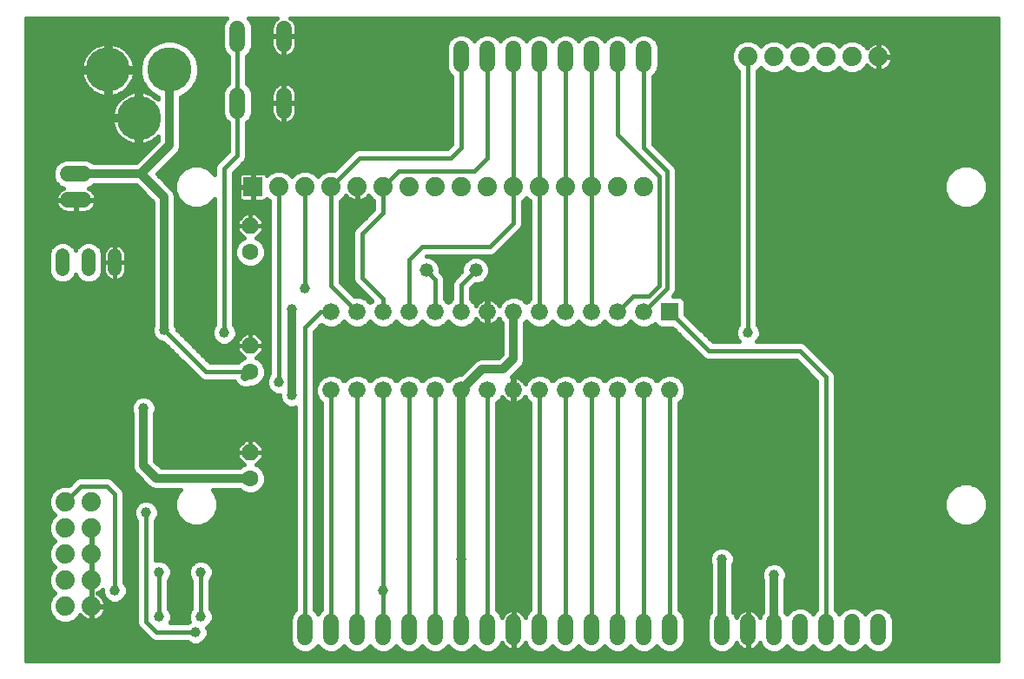
<source format=gbl>
G75*
%MOIN*%
%OFA0B0*%
%FSLAX25Y25*%
%IPPOS*%
%LPD*%
%AMOC8*
5,1,8,0,0,1.08239X$1,22.5*
%
%ADD10R,0.06600X0.06600*%
%ADD11C,0.06600*%
%ADD12C,0.05200*%
%ADD13C,0.06000*%
%ADD14OC8,0.06300*%
%ADD15C,0.06300*%
%ADD16C,0.05200*%
%ADD17R,0.07400X0.07400*%
%ADD18C,0.07400*%
%ADD19C,0.17000*%
%ADD20C,0.01600*%
%ADD21C,0.03200*%
%ADD22C,0.03969*%
D10*
X0251300Y0139500D03*
D11*
X0241300Y0139500D03*
X0231300Y0139500D03*
X0221300Y0139500D03*
X0211300Y0139500D03*
X0201300Y0139500D03*
X0191300Y0139500D03*
X0181300Y0139500D03*
X0171300Y0139500D03*
X0161300Y0139500D03*
X0151300Y0139500D03*
X0141300Y0139500D03*
X0131300Y0139500D03*
X0121300Y0139500D03*
X0121300Y0109500D03*
X0131300Y0109500D03*
X0141300Y0109500D03*
X0151300Y0109500D03*
X0161300Y0109500D03*
X0171300Y0109500D03*
X0181300Y0109500D03*
X0191300Y0109500D03*
X0201300Y0109500D03*
X0211300Y0109500D03*
X0221300Y0109500D03*
X0231300Y0109500D03*
X0241300Y0109500D03*
X0251300Y0109500D03*
D12*
X0176800Y0155500D03*
X0157800Y0155500D03*
D13*
X0103200Y0216700D02*
X0103200Y0222700D01*
X0085400Y0222700D02*
X0085400Y0216700D01*
X0085400Y0242300D02*
X0085400Y0248300D01*
X0103200Y0248300D02*
X0103200Y0242300D01*
X0171300Y0240500D02*
X0171300Y0234500D01*
X0181300Y0234500D02*
X0181300Y0240500D01*
X0191300Y0240500D02*
X0191300Y0234500D01*
X0201300Y0234500D02*
X0201300Y0240500D01*
X0211300Y0240500D02*
X0211300Y0234500D01*
X0221300Y0234500D02*
X0221300Y0240500D01*
X0231300Y0240500D02*
X0231300Y0234500D01*
X0241300Y0234500D02*
X0241300Y0240500D01*
X0026300Y0192500D02*
X0020300Y0192500D01*
X0020300Y0182500D02*
X0026300Y0182500D01*
X0111300Y0020500D02*
X0111300Y0014500D01*
X0121300Y0014500D02*
X0121300Y0020500D01*
X0131300Y0020500D02*
X0131300Y0014500D01*
X0141300Y0014500D02*
X0141300Y0020500D01*
X0151300Y0020500D02*
X0151300Y0014500D01*
X0161300Y0014500D02*
X0161300Y0020500D01*
X0171300Y0020500D02*
X0171300Y0014500D01*
X0181300Y0014500D02*
X0181300Y0020500D01*
X0191300Y0020500D02*
X0191300Y0014500D01*
X0201300Y0014500D02*
X0201300Y0020500D01*
X0211300Y0020500D02*
X0211300Y0014500D01*
X0221300Y0014500D02*
X0221300Y0020500D01*
X0231300Y0020500D02*
X0231300Y0014500D01*
X0241300Y0014500D02*
X0241300Y0020500D01*
X0251300Y0020500D02*
X0251300Y0014500D01*
X0271300Y0014500D02*
X0271300Y0020500D01*
X0281300Y0020500D02*
X0281300Y0014500D01*
X0291300Y0014500D02*
X0291300Y0020500D01*
X0301300Y0020500D02*
X0301300Y0014500D01*
X0311300Y0014500D02*
X0311300Y0020500D01*
X0321300Y0020500D02*
X0321300Y0014500D01*
X0331300Y0014500D02*
X0331300Y0020500D01*
D14*
X0090300Y0085500D03*
X0090300Y0126500D03*
X0090300Y0172500D03*
D15*
X0090300Y0162500D03*
X0090300Y0116500D03*
X0090300Y0075500D03*
D16*
X0038300Y0155900D02*
X0038300Y0161100D01*
X0028300Y0161100D02*
X0028300Y0155900D01*
X0018300Y0155900D02*
X0018300Y0161100D01*
D17*
X0091316Y0187524D03*
D18*
X0101316Y0187524D03*
X0111316Y0187524D03*
X0121316Y0187524D03*
X0131316Y0187524D03*
X0141316Y0187524D03*
X0151316Y0187524D03*
X0161316Y0187524D03*
X0171316Y0187524D03*
X0181316Y0187524D03*
X0191316Y0187524D03*
X0201316Y0187524D03*
X0211316Y0187524D03*
X0221316Y0187524D03*
X0231316Y0187524D03*
X0241316Y0187524D03*
X0281300Y0237500D03*
X0291300Y0237500D03*
X0301300Y0237500D03*
X0311300Y0237500D03*
X0321300Y0237500D03*
X0331300Y0237500D03*
X0029300Y0066500D03*
X0019300Y0066500D03*
X0019300Y0056500D03*
X0029300Y0056500D03*
X0029300Y0046500D03*
X0019300Y0046500D03*
X0019300Y0036500D03*
X0029300Y0036500D03*
X0029300Y0026500D03*
X0019300Y0026500D03*
D19*
X0047426Y0213996D03*
X0059237Y0232500D03*
X0035615Y0232500D03*
D20*
X0004400Y0252400D02*
X0004400Y0005600D01*
X0377200Y0005600D01*
X0377200Y0252400D01*
X0105723Y0252400D01*
X0106327Y0251961D01*
X0106861Y0251427D01*
X0107305Y0250816D01*
X0107648Y0250143D01*
X0107882Y0249424D01*
X0108000Y0248678D01*
X0108000Y0245500D01*
X0103400Y0245500D01*
X0103400Y0245100D01*
X0108000Y0245100D01*
X0108000Y0241922D01*
X0107882Y0241176D01*
X0107648Y0240457D01*
X0107305Y0239784D01*
X0106861Y0239173D01*
X0106327Y0238639D01*
X0105716Y0238195D01*
X0105043Y0237852D01*
X0104324Y0237618D01*
X0103578Y0237500D01*
X0103400Y0237500D01*
X0103400Y0245100D01*
X0103000Y0245100D01*
X0098400Y0245100D01*
X0098400Y0241922D01*
X0098518Y0241176D01*
X0098752Y0240457D01*
X0099095Y0239784D01*
X0099539Y0239173D01*
X0100073Y0238639D01*
X0100684Y0238195D01*
X0101357Y0237852D01*
X0102076Y0237618D01*
X0102822Y0237500D01*
X0103000Y0237500D01*
X0103000Y0245100D01*
X0103000Y0245500D01*
X0098400Y0245500D01*
X0098400Y0248678D01*
X0098518Y0249424D01*
X0098752Y0250143D01*
X0099095Y0250816D01*
X0099539Y0251427D01*
X0100073Y0251961D01*
X0100677Y0252400D01*
X0089502Y0252400D01*
X0090317Y0251585D01*
X0091200Y0249454D01*
X0091200Y0241146D01*
X0090317Y0239015D01*
X0089000Y0237698D01*
X0089000Y0227302D01*
X0090317Y0225985D01*
X0091200Y0223854D01*
X0091200Y0215546D01*
X0090317Y0213415D01*
X0089000Y0212098D01*
X0089000Y0198884D01*
X0088452Y0197561D01*
X0083900Y0193009D01*
X0083900Y0134666D01*
X0084356Y0134210D01*
X0085084Y0132452D01*
X0085084Y0130548D01*
X0084356Y0128790D01*
X0083010Y0127444D01*
X0081252Y0126716D01*
X0079348Y0126716D01*
X0077590Y0127444D01*
X0076244Y0128790D01*
X0075516Y0130548D01*
X0075516Y0132452D01*
X0076244Y0134210D01*
X0076700Y0134666D01*
X0076700Y0182807D01*
X0074370Y0180477D01*
X0071316Y0179212D01*
X0068009Y0179212D01*
X0064954Y0180477D01*
X0062616Y0182815D01*
X0061350Y0185870D01*
X0061350Y0189177D01*
X0062616Y0192232D01*
X0064954Y0194570D01*
X0068009Y0195835D01*
X0071316Y0195835D01*
X0074370Y0194570D01*
X0076700Y0192240D01*
X0076700Y0195216D01*
X0077248Y0196539D01*
X0078261Y0197552D01*
X0078261Y0197552D01*
X0081800Y0201091D01*
X0081800Y0212098D01*
X0080483Y0213415D01*
X0079600Y0215546D01*
X0079600Y0223854D01*
X0080483Y0225985D01*
X0081800Y0227302D01*
X0081800Y0237698D01*
X0080483Y0239015D01*
X0079600Y0241146D01*
X0079600Y0249454D01*
X0080483Y0251585D01*
X0081298Y0252400D01*
X0004400Y0252400D01*
X0004400Y0250845D02*
X0080176Y0250845D01*
X0079600Y0249247D02*
X0004400Y0249247D01*
X0004400Y0247648D02*
X0079600Y0247648D01*
X0079600Y0246050D02*
X0004400Y0246050D01*
X0004400Y0244451D02*
X0079600Y0244451D01*
X0079600Y0242853D02*
X0063905Y0242853D01*
X0063599Y0243030D02*
X0060725Y0243800D01*
X0057749Y0243800D01*
X0054875Y0243030D01*
X0052299Y0241542D01*
X0050195Y0239438D01*
X0048707Y0236862D01*
X0047937Y0233988D01*
X0047937Y0231012D01*
X0048707Y0228138D01*
X0050195Y0225562D01*
X0052299Y0223458D01*
X0054837Y0221992D01*
X0054837Y0221151D01*
X0054300Y0221688D01*
X0053396Y0222410D01*
X0052416Y0223025D01*
X0051374Y0223527D01*
X0050282Y0223909D01*
X0049154Y0224167D01*
X0048226Y0224271D01*
X0048226Y0214796D01*
X0046626Y0214796D01*
X0046626Y0213196D01*
X0048226Y0213196D01*
X0048226Y0203721D01*
X0049154Y0203826D01*
X0050282Y0204083D01*
X0051374Y0204465D01*
X0052416Y0204967D01*
X0053396Y0205583D01*
X0054300Y0206304D01*
X0054837Y0206841D01*
X0054837Y0205260D01*
X0046477Y0196900D01*
X0030102Y0196900D01*
X0029585Y0197417D01*
X0027454Y0198300D01*
X0019146Y0198300D01*
X0017015Y0197417D01*
X0015383Y0195785D01*
X0014500Y0193654D01*
X0014500Y0191346D01*
X0015383Y0189215D01*
X0017015Y0187583D01*
X0018508Y0186965D01*
X0018457Y0186948D01*
X0017784Y0186605D01*
X0017173Y0186161D01*
X0016639Y0185627D01*
X0016195Y0185016D01*
X0015852Y0184343D01*
X0015618Y0183624D01*
X0015500Y0182878D01*
X0015500Y0182700D01*
X0023100Y0182700D01*
X0023100Y0182300D01*
X0023500Y0182300D01*
X0023500Y0182700D01*
X0031100Y0182700D01*
X0031100Y0182878D01*
X0030982Y0183624D01*
X0030748Y0184343D01*
X0030405Y0185016D01*
X0029961Y0185627D01*
X0029427Y0186161D01*
X0028816Y0186605D01*
X0028143Y0186948D01*
X0028092Y0186965D01*
X0029585Y0187583D01*
X0030102Y0188100D01*
X0046477Y0188100D01*
X0052900Y0181677D01*
X0052900Y0134379D01*
X0052516Y0133452D01*
X0052516Y0131548D01*
X0053244Y0129790D01*
X0054590Y0128444D01*
X0056348Y0127716D01*
X0056993Y0127716D01*
X0071261Y0113448D01*
X0072584Y0112900D01*
X0084200Y0112900D01*
X0084570Y0112008D01*
X0085808Y0110770D01*
X0087425Y0110100D01*
X0089175Y0110100D01*
X0090262Y0110550D01*
X0091484Y0110550D01*
X0093670Y0111456D01*
X0095344Y0113130D01*
X0096250Y0115316D01*
X0096250Y0117684D01*
X0095344Y0119870D01*
X0093670Y0121544D01*
X0092733Y0121932D01*
X0095250Y0124450D01*
X0095250Y0126500D01*
X0095250Y0128550D01*
X0092350Y0131450D01*
X0090300Y0131450D01*
X0090300Y0126500D01*
X0090300Y0126500D01*
X0095250Y0126500D01*
X0090300Y0126500D01*
X0090300Y0126500D01*
X0090300Y0126500D01*
X0085350Y0126500D01*
X0085350Y0128550D01*
X0088250Y0131450D01*
X0090300Y0131450D01*
X0090300Y0126500D01*
X0085350Y0126500D01*
X0085350Y0124450D01*
X0087867Y0121933D01*
X0086930Y0121544D01*
X0085485Y0120100D01*
X0074791Y0120100D01*
X0062084Y0132807D01*
X0062084Y0133452D01*
X0061700Y0134379D01*
X0061700Y0184375D01*
X0061030Y0185992D01*
X0054523Y0192500D01*
X0062967Y0200945D01*
X0063637Y0202562D01*
X0063637Y0221992D01*
X0066175Y0223458D01*
X0068279Y0225562D01*
X0069767Y0228138D01*
X0070537Y0231012D01*
X0070537Y0233988D01*
X0069767Y0236862D01*
X0068279Y0239438D01*
X0066175Y0241542D01*
X0063599Y0243030D01*
X0066463Y0241254D02*
X0079600Y0241254D01*
X0080217Y0239656D02*
X0068062Y0239656D01*
X0069077Y0238057D02*
X0081440Y0238057D01*
X0081800Y0236459D02*
X0069875Y0236459D01*
X0070303Y0234860D02*
X0081800Y0234860D01*
X0081800Y0233262D02*
X0070537Y0233262D01*
X0070537Y0231663D02*
X0081800Y0231663D01*
X0081800Y0230065D02*
X0070283Y0230065D01*
X0069855Y0228466D02*
X0081800Y0228466D01*
X0081365Y0226868D02*
X0069033Y0226868D01*
X0067987Y0225269D02*
X0080186Y0225269D01*
X0079600Y0223671D02*
X0066388Y0223671D01*
X0063776Y0222072D02*
X0079600Y0222072D01*
X0079600Y0220474D02*
X0063637Y0220474D01*
X0063637Y0218875D02*
X0079600Y0218875D01*
X0079600Y0217277D02*
X0063637Y0217277D01*
X0063637Y0215678D02*
X0079600Y0215678D01*
X0080207Y0214080D02*
X0063637Y0214080D01*
X0063637Y0212481D02*
X0081416Y0212481D01*
X0081800Y0210883D02*
X0063637Y0210883D01*
X0063637Y0209284D02*
X0081800Y0209284D01*
X0081800Y0207686D02*
X0063637Y0207686D01*
X0063637Y0206087D02*
X0081800Y0206087D01*
X0081800Y0204489D02*
X0063637Y0204489D01*
X0063637Y0202890D02*
X0081800Y0202890D01*
X0081800Y0201292D02*
X0063111Y0201292D01*
X0061716Y0199693D02*
X0080402Y0199693D01*
X0078803Y0198095D02*
X0060117Y0198095D01*
X0058519Y0196496D02*
X0077230Y0196496D01*
X0076700Y0194898D02*
X0073580Y0194898D01*
X0075641Y0193299D02*
X0076700Y0193299D01*
X0080300Y0194500D02*
X0080300Y0131500D01*
X0084591Y0129359D02*
X0086158Y0129359D01*
X0085350Y0127760D02*
X0083326Y0127760D01*
X0085350Y0126162D02*
X0068730Y0126162D01*
X0067131Y0127760D02*
X0077274Y0127760D01*
X0076009Y0129359D02*
X0065533Y0129359D01*
X0063934Y0130957D02*
X0075516Y0130957D01*
X0075559Y0132556D02*
X0062336Y0132556D01*
X0061793Y0134154D02*
X0076221Y0134154D01*
X0076700Y0135753D02*
X0061700Y0135753D01*
X0061700Y0137351D02*
X0076700Y0137351D01*
X0076700Y0138950D02*
X0061700Y0138950D01*
X0061700Y0140548D02*
X0076700Y0140548D01*
X0076700Y0142147D02*
X0061700Y0142147D01*
X0061700Y0143745D02*
X0076700Y0143745D01*
X0076700Y0145344D02*
X0061700Y0145344D01*
X0061700Y0146942D02*
X0076700Y0146942D01*
X0076700Y0148541D02*
X0061700Y0148541D01*
X0061700Y0150139D02*
X0076700Y0150139D01*
X0076700Y0151738D02*
X0061700Y0151738D01*
X0061700Y0153336D02*
X0076700Y0153336D01*
X0076700Y0154935D02*
X0061700Y0154935D01*
X0061700Y0156533D02*
X0076700Y0156533D01*
X0076700Y0158132D02*
X0061700Y0158132D01*
X0061700Y0159730D02*
X0076700Y0159730D01*
X0076700Y0161329D02*
X0061700Y0161329D01*
X0061700Y0162927D02*
X0076700Y0162927D01*
X0076700Y0164526D02*
X0061700Y0164526D01*
X0061700Y0166124D02*
X0076700Y0166124D01*
X0076700Y0167723D02*
X0061700Y0167723D01*
X0061700Y0169321D02*
X0076700Y0169321D01*
X0076700Y0170920D02*
X0061700Y0170920D01*
X0061700Y0172518D02*
X0076700Y0172518D01*
X0076700Y0174117D02*
X0061700Y0174117D01*
X0061700Y0175715D02*
X0076700Y0175715D01*
X0076700Y0177314D02*
X0061700Y0177314D01*
X0061700Y0178912D02*
X0076700Y0178912D01*
X0076700Y0180511D02*
X0074404Y0180511D01*
X0076003Y0182109D02*
X0076700Y0182109D01*
X0083900Y0182109D02*
X0087058Y0182109D01*
X0086921Y0182146D02*
X0087379Y0182024D01*
X0091116Y0182024D01*
X0091116Y0187324D01*
X0085816Y0187324D01*
X0085816Y0183587D01*
X0085938Y0183129D01*
X0086175Y0182718D01*
X0086511Y0182383D01*
X0086921Y0182146D01*
X0085816Y0183708D02*
X0083900Y0183708D01*
X0083900Y0185306D02*
X0085816Y0185306D01*
X0085816Y0186905D02*
X0083900Y0186905D01*
X0083900Y0188503D02*
X0085816Y0188503D01*
X0085816Y0187724D02*
X0091116Y0187724D01*
X0091116Y0193024D01*
X0087379Y0193024D01*
X0086921Y0192901D01*
X0086511Y0192664D01*
X0086175Y0192329D01*
X0085938Y0191918D01*
X0085816Y0191461D01*
X0085816Y0187724D01*
X0085816Y0190102D02*
X0083900Y0190102D01*
X0083900Y0191701D02*
X0085880Y0191701D01*
X0084190Y0193299D02*
X0098274Y0193299D01*
X0097634Y0193034D02*
X0096629Y0192029D01*
X0096456Y0192329D01*
X0096121Y0192664D01*
X0095711Y0192901D01*
X0095253Y0193024D01*
X0091516Y0193024D01*
X0091516Y0187724D01*
X0091116Y0187724D01*
X0091116Y0187324D01*
X0091516Y0187324D01*
X0091516Y0182024D01*
X0095253Y0182024D01*
X0095711Y0182146D01*
X0096121Y0182383D01*
X0096456Y0182718D01*
X0096629Y0183018D01*
X0097634Y0182013D01*
X0097716Y0181979D01*
X0097716Y0115782D01*
X0097144Y0115210D01*
X0096416Y0113452D01*
X0096416Y0111548D01*
X0097144Y0109790D01*
X0098490Y0108444D01*
X0100248Y0107716D01*
X0101516Y0107716D01*
X0101516Y0106548D01*
X0102244Y0104790D01*
X0103590Y0103444D01*
X0105348Y0102716D01*
X0107252Y0102716D01*
X0107700Y0102901D01*
X0107700Y0025102D01*
X0106383Y0023785D01*
X0105500Y0021654D01*
X0105500Y0013346D01*
X0106383Y0011215D01*
X0108015Y0009583D01*
X0110146Y0008700D01*
X0112454Y0008700D01*
X0114585Y0009583D01*
X0116217Y0011215D01*
X0116300Y0011415D01*
X0116383Y0011215D01*
X0118015Y0009583D01*
X0120146Y0008700D01*
X0122454Y0008700D01*
X0124585Y0009583D01*
X0126217Y0011215D01*
X0126300Y0011415D01*
X0126383Y0011215D01*
X0128015Y0009583D01*
X0130146Y0008700D01*
X0132454Y0008700D01*
X0134585Y0009583D01*
X0136217Y0011215D01*
X0136300Y0011415D01*
X0136383Y0011215D01*
X0138015Y0009583D01*
X0140146Y0008700D01*
X0142454Y0008700D01*
X0144585Y0009583D01*
X0146217Y0011215D01*
X0146300Y0011415D01*
X0146383Y0011215D01*
X0148015Y0009583D01*
X0150146Y0008700D01*
X0152454Y0008700D01*
X0154585Y0009583D01*
X0156217Y0011215D01*
X0156300Y0011415D01*
X0156383Y0011215D01*
X0158015Y0009583D01*
X0160146Y0008700D01*
X0162454Y0008700D01*
X0164585Y0009583D01*
X0166217Y0011215D01*
X0166300Y0011415D01*
X0166383Y0011215D01*
X0168015Y0009583D01*
X0170146Y0008700D01*
X0172454Y0008700D01*
X0174585Y0009583D01*
X0176217Y0011215D01*
X0176300Y0011415D01*
X0176383Y0011215D01*
X0178015Y0009583D01*
X0180146Y0008700D01*
X0182454Y0008700D01*
X0184585Y0009583D01*
X0186217Y0011215D01*
X0186835Y0012708D01*
X0186852Y0012657D01*
X0187195Y0011984D01*
X0187639Y0011373D01*
X0188173Y0010839D01*
X0188784Y0010395D01*
X0189457Y0010052D01*
X0190176Y0009818D01*
X0190922Y0009700D01*
X0191100Y0009700D01*
X0191100Y0017300D01*
X0191500Y0017300D01*
X0191500Y0009700D01*
X0191678Y0009700D01*
X0192424Y0009818D01*
X0193143Y0010052D01*
X0193816Y0010395D01*
X0194427Y0010839D01*
X0194961Y0011373D01*
X0195405Y0011984D01*
X0195748Y0012657D01*
X0195765Y0012708D01*
X0196383Y0011215D01*
X0198015Y0009583D01*
X0200146Y0008700D01*
X0202454Y0008700D01*
X0204585Y0009583D01*
X0206217Y0011215D01*
X0206300Y0011415D01*
X0206383Y0011215D01*
X0208015Y0009583D01*
X0210146Y0008700D01*
X0212454Y0008700D01*
X0214585Y0009583D01*
X0216217Y0011215D01*
X0216300Y0011415D01*
X0216383Y0011215D01*
X0218015Y0009583D01*
X0220146Y0008700D01*
X0222454Y0008700D01*
X0224585Y0009583D01*
X0226217Y0011215D01*
X0226300Y0011415D01*
X0226383Y0011215D01*
X0228015Y0009583D01*
X0230146Y0008700D01*
X0232454Y0008700D01*
X0234585Y0009583D01*
X0236217Y0011215D01*
X0236300Y0011415D01*
X0236383Y0011215D01*
X0238015Y0009583D01*
X0240146Y0008700D01*
X0242454Y0008700D01*
X0244585Y0009583D01*
X0246217Y0011215D01*
X0246300Y0011415D01*
X0246383Y0011215D01*
X0248015Y0009583D01*
X0250146Y0008700D01*
X0252454Y0008700D01*
X0254585Y0009583D01*
X0256217Y0011215D01*
X0257100Y0013346D01*
X0257100Y0021654D01*
X0256217Y0023785D01*
X0254900Y0025102D01*
X0254900Y0104473D01*
X0256471Y0106045D01*
X0257400Y0108287D01*
X0257400Y0110713D01*
X0256471Y0112955D01*
X0254755Y0114671D01*
X0252513Y0115600D01*
X0250087Y0115600D01*
X0247845Y0114671D01*
X0246300Y0113127D01*
X0244755Y0114671D01*
X0242513Y0115600D01*
X0240087Y0115600D01*
X0237845Y0114671D01*
X0236300Y0113127D01*
X0234755Y0114671D01*
X0232513Y0115600D01*
X0230087Y0115600D01*
X0227845Y0114671D01*
X0226300Y0113127D01*
X0224755Y0114671D01*
X0222513Y0115600D01*
X0220087Y0115600D01*
X0217845Y0114671D01*
X0216300Y0113127D01*
X0214755Y0114671D01*
X0212513Y0115600D01*
X0210087Y0115600D01*
X0207845Y0114671D01*
X0206300Y0113127D01*
X0204755Y0114671D01*
X0202513Y0115600D01*
X0200087Y0115600D01*
X0197845Y0114671D01*
X0196129Y0112955D01*
X0195741Y0112018D01*
X0195662Y0112173D01*
X0195190Y0112822D01*
X0194622Y0113390D01*
X0193973Y0113862D01*
X0193258Y0114226D01*
X0192494Y0114474D01*
X0191701Y0114600D01*
X0191600Y0114600D01*
X0191600Y0109800D01*
X0191000Y0109800D01*
X0191000Y0114600D01*
X0190899Y0114600D01*
X0190571Y0114548D01*
X0193792Y0117770D01*
X0195030Y0119008D01*
X0195700Y0120625D01*
X0195700Y0135273D01*
X0196300Y0135873D01*
X0197845Y0134329D01*
X0200087Y0133400D01*
X0202513Y0133400D01*
X0204755Y0134329D01*
X0206300Y0135873D01*
X0207845Y0134329D01*
X0210087Y0133400D01*
X0212513Y0133400D01*
X0214755Y0134329D01*
X0216300Y0135873D01*
X0217845Y0134329D01*
X0220087Y0133400D01*
X0222513Y0133400D01*
X0224755Y0134329D01*
X0226300Y0135873D01*
X0227845Y0134329D01*
X0230087Y0133400D01*
X0232513Y0133400D01*
X0234755Y0134329D01*
X0236300Y0135873D01*
X0237845Y0134329D01*
X0240087Y0133400D01*
X0242513Y0133400D01*
X0244755Y0134329D01*
X0245455Y0135028D01*
X0245626Y0134614D01*
X0246414Y0133826D01*
X0247443Y0133400D01*
X0252309Y0133400D01*
X0263248Y0122461D01*
X0264261Y0121448D01*
X0265584Y0120900D01*
X0299809Y0120900D01*
X0307700Y0113009D01*
X0307700Y0025102D01*
X0306383Y0023785D01*
X0306300Y0023585D01*
X0306217Y0023785D01*
X0304585Y0025417D01*
X0302454Y0026300D01*
X0300146Y0026300D01*
X0298015Y0025417D01*
X0296383Y0023785D01*
X0296300Y0023585D01*
X0296217Y0023785D01*
X0295700Y0024302D01*
X0295700Y0036621D01*
X0296084Y0037548D01*
X0296084Y0039452D01*
X0295356Y0041210D01*
X0294010Y0042556D01*
X0292252Y0043284D01*
X0290348Y0043284D01*
X0288590Y0042556D01*
X0287244Y0041210D01*
X0286516Y0039452D01*
X0286516Y0037548D01*
X0286900Y0036621D01*
X0286900Y0024302D01*
X0286383Y0023785D01*
X0285765Y0022292D01*
X0285748Y0022343D01*
X0285405Y0023016D01*
X0284961Y0023627D01*
X0284427Y0024161D01*
X0283816Y0024605D01*
X0283143Y0024948D01*
X0282424Y0025182D01*
X0281678Y0025300D01*
X0281500Y0025300D01*
X0281500Y0017700D01*
X0281100Y0017700D01*
X0281100Y0025300D01*
X0280922Y0025300D01*
X0280176Y0025182D01*
X0279457Y0024948D01*
X0278784Y0024605D01*
X0278173Y0024161D01*
X0277639Y0023627D01*
X0277195Y0023016D01*
X0276852Y0022343D01*
X0276835Y0022292D01*
X0276217Y0023785D01*
X0275700Y0024302D01*
X0275700Y0042621D01*
X0276084Y0043548D01*
X0276084Y0045452D01*
X0275356Y0047210D01*
X0274010Y0048556D01*
X0272252Y0049284D01*
X0270348Y0049284D01*
X0268590Y0048556D01*
X0267244Y0047210D01*
X0266516Y0045452D01*
X0266516Y0043548D01*
X0266900Y0042621D01*
X0266900Y0024302D01*
X0266383Y0023785D01*
X0265500Y0021654D01*
X0265500Y0013346D01*
X0266383Y0011215D01*
X0268015Y0009583D01*
X0270146Y0008700D01*
X0272454Y0008700D01*
X0274585Y0009583D01*
X0276217Y0011215D01*
X0276835Y0012708D01*
X0276852Y0012657D01*
X0277195Y0011984D01*
X0277639Y0011373D01*
X0278173Y0010839D01*
X0278784Y0010395D01*
X0279457Y0010052D01*
X0280176Y0009818D01*
X0280922Y0009700D01*
X0281100Y0009700D01*
X0281100Y0017300D01*
X0281500Y0017300D01*
X0281500Y0009700D01*
X0281678Y0009700D01*
X0282424Y0009818D01*
X0283143Y0010052D01*
X0283816Y0010395D01*
X0284427Y0010839D01*
X0284961Y0011373D01*
X0285405Y0011984D01*
X0285748Y0012657D01*
X0285765Y0012708D01*
X0286383Y0011215D01*
X0288015Y0009583D01*
X0290146Y0008700D01*
X0292454Y0008700D01*
X0294585Y0009583D01*
X0296217Y0011215D01*
X0296300Y0011415D01*
X0296383Y0011215D01*
X0298015Y0009583D01*
X0300146Y0008700D01*
X0302454Y0008700D01*
X0304585Y0009583D01*
X0306217Y0011215D01*
X0306300Y0011415D01*
X0306383Y0011215D01*
X0308015Y0009583D01*
X0310146Y0008700D01*
X0312454Y0008700D01*
X0314585Y0009583D01*
X0316217Y0011215D01*
X0316300Y0011415D01*
X0316383Y0011215D01*
X0318015Y0009583D01*
X0320146Y0008700D01*
X0322454Y0008700D01*
X0324585Y0009583D01*
X0326217Y0011215D01*
X0326300Y0011415D01*
X0326383Y0011215D01*
X0328015Y0009583D01*
X0330146Y0008700D01*
X0332454Y0008700D01*
X0334585Y0009583D01*
X0336217Y0011215D01*
X0337100Y0013346D01*
X0337100Y0021654D01*
X0336217Y0023785D01*
X0334585Y0025417D01*
X0332454Y0026300D01*
X0330146Y0026300D01*
X0328015Y0025417D01*
X0326383Y0023785D01*
X0326300Y0023585D01*
X0326217Y0023785D01*
X0324585Y0025417D01*
X0322454Y0026300D01*
X0320146Y0026300D01*
X0318015Y0025417D01*
X0316383Y0023785D01*
X0316300Y0023585D01*
X0316217Y0023785D01*
X0314900Y0025102D01*
X0314900Y0115216D01*
X0314352Y0116539D01*
X0313339Y0117552D01*
X0303339Y0127552D01*
X0302016Y0128100D01*
X0284666Y0128100D01*
X0285356Y0128790D01*
X0286084Y0130548D01*
X0286084Y0132452D01*
X0285356Y0134210D01*
X0284900Y0134666D01*
X0284900Y0231956D01*
X0284982Y0231990D01*
X0286300Y0233308D01*
X0287618Y0231990D01*
X0290007Y0231000D01*
X0292593Y0231000D01*
X0294982Y0231990D01*
X0296300Y0233308D01*
X0297618Y0231990D01*
X0300007Y0231000D01*
X0302593Y0231000D01*
X0304982Y0231990D01*
X0306300Y0233308D01*
X0307618Y0231990D01*
X0310007Y0231000D01*
X0312593Y0231000D01*
X0314982Y0231990D01*
X0316300Y0233308D01*
X0317618Y0231990D01*
X0320007Y0231000D01*
X0322593Y0231000D01*
X0324982Y0231990D01*
X0326810Y0233818D01*
X0326943Y0234139D01*
X0327105Y0233917D01*
X0327717Y0233305D01*
X0328417Y0232796D01*
X0329189Y0232403D01*
X0330012Y0232135D01*
X0330867Y0232000D01*
X0331100Y0232000D01*
X0331100Y0237300D01*
X0331500Y0237300D01*
X0331500Y0237700D01*
X0331100Y0237700D01*
X0331100Y0243000D01*
X0330867Y0243000D01*
X0330012Y0242865D01*
X0329189Y0242597D01*
X0328417Y0242204D01*
X0327717Y0241695D01*
X0327105Y0241083D01*
X0326943Y0240861D01*
X0326810Y0241182D01*
X0324982Y0243010D01*
X0322593Y0244000D01*
X0320007Y0244000D01*
X0317618Y0243010D01*
X0316300Y0241692D01*
X0314982Y0243010D01*
X0312593Y0244000D01*
X0310007Y0244000D01*
X0307618Y0243010D01*
X0306300Y0241692D01*
X0304982Y0243010D01*
X0302593Y0244000D01*
X0300007Y0244000D01*
X0297618Y0243010D01*
X0296300Y0241692D01*
X0294982Y0243010D01*
X0292593Y0244000D01*
X0290007Y0244000D01*
X0287618Y0243010D01*
X0286300Y0241692D01*
X0284982Y0243010D01*
X0282593Y0244000D01*
X0280007Y0244000D01*
X0277618Y0243010D01*
X0275790Y0241182D01*
X0274800Y0238793D01*
X0274800Y0236207D01*
X0275790Y0233818D01*
X0277618Y0231990D01*
X0277700Y0231956D01*
X0277700Y0134666D01*
X0277244Y0134210D01*
X0276516Y0132452D01*
X0276516Y0130548D01*
X0277244Y0128790D01*
X0277934Y0128100D01*
X0267791Y0128100D01*
X0257400Y0138491D01*
X0257400Y0143357D01*
X0256974Y0144386D01*
X0256186Y0145174D01*
X0255157Y0145600D01*
X0252491Y0145600D01*
X0253352Y0146461D01*
X0253900Y0147784D01*
X0253900Y0194216D01*
X0253352Y0195539D01*
X0252339Y0196552D01*
X0244900Y0203991D01*
X0244900Y0229898D01*
X0246217Y0231215D01*
X0247100Y0233346D01*
X0247100Y0241654D01*
X0246217Y0243785D01*
X0244585Y0245417D01*
X0242454Y0246300D01*
X0240146Y0246300D01*
X0238015Y0245417D01*
X0236383Y0243785D01*
X0236300Y0243585D01*
X0236217Y0243785D01*
X0234585Y0245417D01*
X0232454Y0246300D01*
X0230146Y0246300D01*
X0228015Y0245417D01*
X0226383Y0243785D01*
X0226300Y0243585D01*
X0226217Y0243785D01*
X0224585Y0245417D01*
X0222454Y0246300D01*
X0220146Y0246300D01*
X0218015Y0245417D01*
X0216383Y0243785D01*
X0216300Y0243585D01*
X0216217Y0243785D01*
X0214585Y0245417D01*
X0212454Y0246300D01*
X0210146Y0246300D01*
X0208015Y0245417D01*
X0206383Y0243785D01*
X0206300Y0243585D01*
X0206217Y0243785D01*
X0204585Y0245417D01*
X0202454Y0246300D01*
X0200146Y0246300D01*
X0198015Y0245417D01*
X0196383Y0243785D01*
X0196300Y0243585D01*
X0196217Y0243785D01*
X0194585Y0245417D01*
X0192454Y0246300D01*
X0190146Y0246300D01*
X0188015Y0245417D01*
X0186383Y0243785D01*
X0186300Y0243585D01*
X0186217Y0243785D01*
X0184585Y0245417D01*
X0182454Y0246300D01*
X0180146Y0246300D01*
X0178015Y0245417D01*
X0176383Y0243785D01*
X0176300Y0243585D01*
X0176217Y0243785D01*
X0174585Y0245417D01*
X0172454Y0246300D01*
X0170146Y0246300D01*
X0168015Y0245417D01*
X0166383Y0243785D01*
X0165500Y0241654D01*
X0165500Y0233346D01*
X0166383Y0231215D01*
X0167700Y0229898D01*
X0167700Y0203991D01*
X0165809Y0202100D01*
X0131576Y0202100D01*
X0130253Y0201552D01*
X0129240Y0200539D01*
X0122691Y0193990D01*
X0122609Y0194024D01*
X0120023Y0194024D01*
X0117634Y0193034D01*
X0116316Y0191716D01*
X0114998Y0193034D01*
X0112609Y0194024D01*
X0110023Y0194024D01*
X0107634Y0193034D01*
X0106316Y0191716D01*
X0104998Y0193034D01*
X0102609Y0194024D01*
X0100023Y0194024D01*
X0097634Y0193034D01*
X0091516Y0191701D02*
X0091116Y0191701D01*
X0091116Y0190102D02*
X0091516Y0190102D01*
X0091516Y0188503D02*
X0091116Y0188503D01*
X0091116Y0186905D02*
X0091516Y0186905D01*
X0091516Y0185306D02*
X0091116Y0185306D01*
X0091116Y0183708D02*
X0091516Y0183708D01*
X0091516Y0182109D02*
X0091116Y0182109D01*
X0095573Y0182109D02*
X0097538Y0182109D01*
X0097716Y0180511D02*
X0083900Y0180511D01*
X0083900Y0178912D02*
X0097716Y0178912D01*
X0097716Y0177314D02*
X0092486Y0177314D01*
X0092350Y0177450D02*
X0090300Y0177450D01*
X0090300Y0172500D01*
X0090300Y0172500D01*
X0095250Y0172500D01*
X0095250Y0174550D01*
X0092350Y0177450D01*
X0090300Y0177450D02*
X0088250Y0177450D01*
X0085350Y0174550D01*
X0085350Y0172500D01*
X0090300Y0172500D01*
X0090300Y0172500D01*
X0090300Y0172500D01*
X0090300Y0177450D01*
X0090300Y0177314D02*
X0090300Y0177314D01*
X0090300Y0175715D02*
X0090300Y0175715D01*
X0090300Y0174117D02*
X0090300Y0174117D01*
X0090300Y0172518D02*
X0090300Y0172518D01*
X0090300Y0172500D02*
X0085350Y0172500D01*
X0085350Y0170450D01*
X0087867Y0167933D01*
X0086930Y0167544D01*
X0085256Y0165870D01*
X0084350Y0163684D01*
X0084350Y0161316D01*
X0085256Y0159130D01*
X0086930Y0157456D01*
X0089116Y0156550D01*
X0091484Y0156550D01*
X0093670Y0157456D01*
X0095344Y0159130D01*
X0096250Y0161316D01*
X0096250Y0163684D01*
X0095344Y0165870D01*
X0093670Y0167544D01*
X0092733Y0167933D01*
X0095250Y0170450D01*
X0095250Y0172500D01*
X0090300Y0172500D01*
X0095250Y0172518D02*
X0097716Y0172518D01*
X0097716Y0170920D02*
X0095250Y0170920D01*
X0094122Y0169321D02*
X0097716Y0169321D01*
X0097716Y0167723D02*
X0093239Y0167723D01*
X0095090Y0166124D02*
X0097716Y0166124D01*
X0097716Y0164526D02*
X0095901Y0164526D01*
X0096250Y0162927D02*
X0097716Y0162927D01*
X0097716Y0161329D02*
X0096250Y0161329D01*
X0095593Y0159730D02*
X0097716Y0159730D01*
X0097716Y0158132D02*
X0094346Y0158132D01*
X0097716Y0156533D02*
X0083900Y0156533D01*
X0083900Y0154935D02*
X0097716Y0154935D01*
X0097716Y0153336D02*
X0083900Y0153336D01*
X0083900Y0151738D02*
X0097716Y0151738D01*
X0097716Y0150139D02*
X0083900Y0150139D01*
X0083900Y0148541D02*
X0097716Y0148541D01*
X0097716Y0146942D02*
X0083900Y0146942D01*
X0083900Y0145344D02*
X0097716Y0145344D01*
X0097716Y0143745D02*
X0083900Y0143745D01*
X0083900Y0142147D02*
X0097716Y0142147D01*
X0097716Y0140548D02*
X0083900Y0140548D01*
X0083900Y0138950D02*
X0097716Y0138950D01*
X0097716Y0137351D02*
X0083900Y0137351D01*
X0083900Y0135753D02*
X0097716Y0135753D01*
X0097716Y0134154D02*
X0084379Y0134154D01*
X0085041Y0132556D02*
X0097716Y0132556D01*
X0097716Y0130957D02*
X0092843Y0130957D01*
X0094442Y0129359D02*
X0097716Y0129359D01*
X0097716Y0127760D02*
X0095250Y0127760D01*
X0095250Y0126162D02*
X0097716Y0126162D01*
X0097716Y0124563D02*
X0095250Y0124563D01*
X0093765Y0122965D02*
X0097716Y0122965D01*
X0097716Y0121366D02*
X0093849Y0121366D01*
X0095387Y0119768D02*
X0097716Y0119768D01*
X0097716Y0118169D02*
X0096049Y0118169D01*
X0096250Y0116570D02*
X0097716Y0116570D01*
X0097045Y0114972D02*
X0096107Y0114972D01*
X0096416Y0113373D02*
X0095445Y0113373D01*
X0096416Y0111775D02*
X0093990Y0111775D01*
X0096984Y0110176D02*
X0089360Y0110176D01*
X0087240Y0110176D02*
X0004400Y0110176D01*
X0004400Y0108578D02*
X0098356Y0108578D01*
X0101516Y0106979D02*
X0050988Y0106979D01*
X0050252Y0107284D02*
X0052010Y0106556D01*
X0053356Y0105210D01*
X0054084Y0103452D01*
X0054084Y0101548D01*
X0053700Y0100621D01*
X0053700Y0082323D01*
X0056123Y0079900D01*
X0086285Y0079900D01*
X0086930Y0080544D01*
X0087867Y0080933D01*
X0085350Y0083450D01*
X0085350Y0085500D01*
X0090300Y0085500D01*
X0090300Y0085500D01*
X0090300Y0090450D01*
X0092350Y0090450D01*
X0095250Y0087550D01*
X0095250Y0085500D01*
X0090300Y0085500D01*
X0090300Y0085500D01*
X0090300Y0085500D01*
X0090300Y0090450D01*
X0088250Y0090450D01*
X0085350Y0087550D01*
X0085350Y0085500D01*
X0090300Y0085500D01*
X0095250Y0085500D01*
X0095250Y0083450D01*
X0092733Y0080933D01*
X0093670Y0080544D01*
X0095344Y0078870D01*
X0096250Y0076684D01*
X0096250Y0074316D01*
X0095344Y0072130D01*
X0093670Y0070456D01*
X0091484Y0069550D01*
X0089116Y0069550D01*
X0086930Y0070456D01*
X0086285Y0071100D01*
X0075793Y0071100D01*
X0076709Y0070185D01*
X0077974Y0067130D01*
X0077974Y0063823D01*
X0076709Y0060768D01*
X0074370Y0058430D01*
X0071316Y0057165D01*
X0068009Y0057165D01*
X0064954Y0058430D01*
X0062616Y0060768D01*
X0061350Y0063823D01*
X0061350Y0067130D01*
X0062616Y0070185D01*
X0063531Y0071100D01*
X0053425Y0071100D01*
X0051808Y0071770D01*
X0050570Y0073008D01*
X0046808Y0076770D01*
X0045570Y0078008D01*
X0044900Y0079625D01*
X0044900Y0100621D01*
X0044516Y0101548D01*
X0044516Y0103452D01*
X0045244Y0105210D01*
X0046590Y0106556D01*
X0048348Y0107284D01*
X0050252Y0107284D01*
X0047612Y0106979D02*
X0004400Y0106979D01*
X0004400Y0105381D02*
X0045415Y0105381D01*
X0044653Y0103782D02*
X0004400Y0103782D01*
X0004400Y0102184D02*
X0044516Y0102184D01*
X0044900Y0100585D02*
X0004400Y0100585D01*
X0004400Y0098987D02*
X0044900Y0098987D01*
X0044900Y0097388D02*
X0004400Y0097388D01*
X0004400Y0095790D02*
X0044900Y0095790D01*
X0044900Y0094191D02*
X0004400Y0094191D01*
X0004400Y0092593D02*
X0044900Y0092593D01*
X0044900Y0090994D02*
X0004400Y0090994D01*
X0004400Y0089396D02*
X0044900Y0089396D01*
X0044900Y0087797D02*
X0004400Y0087797D01*
X0004400Y0086199D02*
X0044900Y0086199D01*
X0044900Y0084600D02*
X0004400Y0084600D01*
X0004400Y0083002D02*
X0044900Y0083002D01*
X0044900Y0081403D02*
X0004400Y0081403D01*
X0004400Y0079805D02*
X0044900Y0079805D01*
X0045488Y0078206D02*
X0004400Y0078206D01*
X0004400Y0076608D02*
X0046970Y0076608D01*
X0048568Y0075009D02*
X0037882Y0075009D01*
X0037339Y0075552D02*
X0036016Y0076100D01*
X0024584Y0076100D01*
X0023261Y0075552D01*
X0022248Y0074539D01*
X0020675Y0072966D01*
X0020593Y0073000D01*
X0018007Y0073000D01*
X0015618Y0072010D01*
X0013790Y0070182D01*
X0012800Y0067793D01*
X0012800Y0065207D01*
X0013790Y0062818D01*
X0015108Y0061500D01*
X0013790Y0060182D01*
X0012800Y0057793D01*
X0012800Y0055207D01*
X0013790Y0052818D01*
X0015108Y0051500D01*
X0013790Y0050182D01*
X0012800Y0047793D01*
X0012800Y0045207D01*
X0013790Y0042818D01*
X0015108Y0041500D01*
X0013790Y0040182D01*
X0012800Y0037793D01*
X0012800Y0035207D01*
X0013790Y0032818D01*
X0015108Y0031500D01*
X0013790Y0030182D01*
X0012800Y0027793D01*
X0012800Y0025207D01*
X0013790Y0022818D01*
X0015618Y0020990D01*
X0018007Y0020000D01*
X0020593Y0020000D01*
X0022982Y0020990D01*
X0024810Y0022818D01*
X0024943Y0023139D01*
X0025105Y0022917D01*
X0025717Y0022305D01*
X0026417Y0021796D01*
X0027189Y0021403D01*
X0028012Y0021135D01*
X0028867Y0021000D01*
X0029100Y0021000D01*
X0029100Y0026300D01*
X0029500Y0026300D01*
X0029500Y0026700D01*
X0034800Y0026700D01*
X0034800Y0026933D01*
X0034665Y0027788D01*
X0034397Y0028611D01*
X0034004Y0029383D01*
X0033495Y0030083D01*
X0032883Y0030695D01*
X0032183Y0031204D01*
X0031602Y0031500D01*
X0032183Y0031796D01*
X0032883Y0032305D01*
X0033495Y0032917D01*
X0033516Y0032945D01*
X0033516Y0031548D01*
X0034244Y0029790D01*
X0035590Y0028444D01*
X0037348Y0027716D01*
X0039252Y0027716D01*
X0041010Y0028444D01*
X0042356Y0029790D01*
X0043084Y0031548D01*
X0043084Y0033452D01*
X0042356Y0035210D01*
X0041900Y0035666D01*
X0041900Y0070216D01*
X0041352Y0071539D01*
X0040339Y0072552D01*
X0037339Y0075552D01*
X0039480Y0073411D02*
X0050167Y0073411D01*
X0051765Y0071812D02*
X0041079Y0071812D01*
X0041900Y0070214D02*
X0062645Y0070214D01*
X0061966Y0068615D02*
X0041900Y0068615D01*
X0041900Y0067017D02*
X0048702Y0067017D01*
X0049348Y0067284D02*
X0047590Y0066556D01*
X0046244Y0065210D01*
X0045516Y0063452D01*
X0045516Y0061548D01*
X0046244Y0059790D01*
X0046700Y0059334D01*
X0046700Y0019784D01*
X0047248Y0018461D01*
X0051248Y0014461D01*
X0051248Y0014461D01*
X0052261Y0013448D01*
X0053584Y0012900D01*
X0066134Y0012900D01*
X0066590Y0012444D01*
X0068348Y0011716D01*
X0070252Y0011716D01*
X0072010Y0012444D01*
X0073356Y0013790D01*
X0074084Y0015548D01*
X0074084Y0017452D01*
X0073722Y0018325D01*
X0074010Y0018444D01*
X0075356Y0019790D01*
X0076084Y0021548D01*
X0076084Y0023452D01*
X0075356Y0025210D01*
X0074900Y0025666D01*
X0074900Y0036334D01*
X0075356Y0036790D01*
X0076084Y0038548D01*
X0076084Y0040452D01*
X0075356Y0042210D01*
X0074010Y0043556D01*
X0072252Y0044284D01*
X0070348Y0044284D01*
X0068590Y0043556D01*
X0067244Y0042210D01*
X0066516Y0040452D01*
X0066516Y0038548D01*
X0067244Y0036790D01*
X0067700Y0036334D01*
X0067700Y0025666D01*
X0067244Y0025210D01*
X0066516Y0023452D01*
X0066516Y0021548D01*
X0066878Y0020675D01*
X0066590Y0020556D01*
X0066134Y0020100D01*
X0059484Y0020100D01*
X0060084Y0021548D01*
X0060084Y0023452D01*
X0059356Y0025210D01*
X0058900Y0025666D01*
X0058900Y0036334D01*
X0059356Y0036790D01*
X0060084Y0038548D01*
X0060084Y0040452D01*
X0059356Y0042210D01*
X0058010Y0043556D01*
X0056252Y0044284D01*
X0054348Y0044284D01*
X0053900Y0044099D01*
X0053900Y0059334D01*
X0054356Y0059790D01*
X0055084Y0061548D01*
X0055084Y0063452D01*
X0054356Y0065210D01*
X0053010Y0066556D01*
X0051252Y0067284D01*
X0049348Y0067284D01*
X0051898Y0067017D02*
X0061350Y0067017D01*
X0061350Y0065418D02*
X0054148Y0065418D01*
X0054932Y0063820D02*
X0061352Y0063820D01*
X0062014Y0062221D02*
X0055084Y0062221D01*
X0054701Y0060623D02*
X0062761Y0060623D01*
X0064360Y0059024D02*
X0053900Y0059024D01*
X0053900Y0057426D02*
X0067379Y0057426D01*
X0071946Y0057426D02*
X0107700Y0057426D01*
X0107700Y0059024D02*
X0074965Y0059024D01*
X0076563Y0060623D02*
X0107700Y0060623D01*
X0107700Y0062221D02*
X0077310Y0062221D01*
X0077973Y0063820D02*
X0107700Y0063820D01*
X0107700Y0065418D02*
X0077974Y0065418D01*
X0077974Y0067017D02*
X0107700Y0067017D01*
X0107700Y0068615D02*
X0077359Y0068615D01*
X0076680Y0070214D02*
X0087514Y0070214D01*
X0093086Y0070214D02*
X0107700Y0070214D01*
X0107700Y0071812D02*
X0095027Y0071812D01*
X0095875Y0073411D02*
X0107700Y0073411D01*
X0107700Y0075009D02*
X0096250Y0075009D01*
X0096250Y0076608D02*
X0107700Y0076608D01*
X0107700Y0078206D02*
X0095619Y0078206D01*
X0094410Y0079805D02*
X0107700Y0079805D01*
X0107700Y0081403D02*
X0093204Y0081403D01*
X0094802Y0083002D02*
X0107700Y0083002D01*
X0107700Y0084600D02*
X0095250Y0084600D01*
X0095250Y0086199D02*
X0107700Y0086199D01*
X0107700Y0087797D02*
X0095003Y0087797D01*
X0093405Y0089396D02*
X0107700Y0089396D01*
X0107700Y0090994D02*
X0053700Y0090994D01*
X0053700Y0089396D02*
X0087195Y0089396D01*
X0085597Y0087797D02*
X0053700Y0087797D01*
X0053700Y0086199D02*
X0085350Y0086199D01*
X0085350Y0084600D02*
X0053700Y0084600D01*
X0053700Y0083002D02*
X0085798Y0083002D01*
X0087396Y0081403D02*
X0054619Y0081403D01*
X0053700Y0092593D02*
X0107700Y0092593D01*
X0107700Y0094191D02*
X0053700Y0094191D01*
X0053700Y0095790D02*
X0107700Y0095790D01*
X0107700Y0097388D02*
X0053700Y0097388D01*
X0053700Y0098987D02*
X0107700Y0098987D01*
X0107700Y0100585D02*
X0053700Y0100585D01*
X0054084Y0102184D02*
X0107700Y0102184D01*
X0103252Y0103782D02*
X0053947Y0103782D01*
X0053185Y0105381D02*
X0101999Y0105381D01*
X0101200Y0112500D02*
X0101316Y0112616D01*
X0101316Y0187524D01*
X0104358Y0193299D02*
X0108274Y0193299D01*
X0114358Y0193299D02*
X0118274Y0193299D01*
X0123599Y0194898D02*
X0085789Y0194898D01*
X0087387Y0196496D02*
X0125197Y0196496D01*
X0126796Y0198095D02*
X0088673Y0198095D01*
X0089000Y0199693D02*
X0128394Y0199693D01*
X0129993Y0201292D02*
X0089000Y0201292D01*
X0089000Y0202890D02*
X0166599Y0202890D01*
X0167700Y0204489D02*
X0089000Y0204489D01*
X0089000Y0206087D02*
X0167700Y0206087D01*
X0167700Y0207686D02*
X0089000Y0207686D01*
X0089000Y0209284D02*
X0167700Y0209284D01*
X0167700Y0210883D02*
X0089000Y0210883D01*
X0089384Y0212481D02*
X0100907Y0212481D01*
X0100684Y0212595D02*
X0101357Y0212252D01*
X0102076Y0212018D01*
X0102822Y0211900D01*
X0103000Y0211900D01*
X0103000Y0219500D01*
X0098400Y0219500D01*
X0098400Y0216322D01*
X0098518Y0215576D01*
X0098752Y0214857D01*
X0099095Y0214184D01*
X0099539Y0213573D01*
X0100073Y0213039D01*
X0100684Y0212595D01*
X0099171Y0214080D02*
X0090592Y0214080D01*
X0091200Y0215678D02*
X0098502Y0215678D01*
X0098400Y0217277D02*
X0091200Y0217277D01*
X0091200Y0218875D02*
X0098400Y0218875D01*
X0098400Y0219900D02*
X0103000Y0219900D01*
X0103000Y0227500D01*
X0102822Y0227500D01*
X0102076Y0227382D01*
X0101357Y0227148D01*
X0100684Y0226805D01*
X0100073Y0226361D01*
X0099539Y0225827D01*
X0099095Y0225216D01*
X0098752Y0224543D01*
X0098518Y0223824D01*
X0098400Y0223078D01*
X0098400Y0219900D01*
X0098400Y0220474D02*
X0091200Y0220474D01*
X0091200Y0222072D02*
X0098400Y0222072D01*
X0098494Y0223671D02*
X0091200Y0223671D01*
X0090614Y0225269D02*
X0099134Y0225269D01*
X0100807Y0226868D02*
X0089435Y0226868D01*
X0089000Y0228466D02*
X0167700Y0228466D01*
X0167700Y0226868D02*
X0105593Y0226868D01*
X0105716Y0226805D02*
X0105043Y0227148D01*
X0104324Y0227382D01*
X0103578Y0227500D01*
X0103400Y0227500D01*
X0103400Y0219900D01*
X0103000Y0219900D01*
X0103000Y0219500D01*
X0103400Y0219500D01*
X0103400Y0219900D01*
X0108000Y0219900D01*
X0108000Y0223078D01*
X0107882Y0223824D01*
X0107648Y0224543D01*
X0107305Y0225216D01*
X0106861Y0225827D01*
X0106327Y0226361D01*
X0105716Y0226805D01*
X0107266Y0225269D02*
X0167700Y0225269D01*
X0167700Y0223671D02*
X0107906Y0223671D01*
X0108000Y0222072D02*
X0167700Y0222072D01*
X0167700Y0220474D02*
X0108000Y0220474D01*
X0108000Y0219500D02*
X0103400Y0219500D01*
X0103400Y0211900D01*
X0103578Y0211900D01*
X0104324Y0212018D01*
X0105043Y0212252D01*
X0105716Y0212595D01*
X0106327Y0213039D01*
X0106861Y0213573D01*
X0107305Y0214184D01*
X0107648Y0214857D01*
X0107882Y0215576D01*
X0108000Y0216322D01*
X0108000Y0219500D01*
X0108000Y0218875D02*
X0167700Y0218875D01*
X0167700Y0217277D02*
X0108000Y0217277D01*
X0107898Y0215678D02*
X0167700Y0215678D01*
X0167700Y0214080D02*
X0107229Y0214080D01*
X0105493Y0212481D02*
X0167700Y0212481D01*
X0171300Y0202500D02*
X0171300Y0237500D01*
X0165500Y0238057D02*
X0105446Y0238057D01*
X0103400Y0238057D02*
X0103000Y0238057D01*
X0103000Y0239656D02*
X0103400Y0239656D01*
X0103400Y0241254D02*
X0103000Y0241254D01*
X0103000Y0242853D02*
X0103400Y0242853D01*
X0103400Y0244451D02*
X0103000Y0244451D01*
X0098400Y0244451D02*
X0091200Y0244451D01*
X0091200Y0242853D02*
X0098400Y0242853D01*
X0098506Y0241254D02*
X0091200Y0241254D01*
X0090583Y0239656D02*
X0099188Y0239656D01*
X0100954Y0238057D02*
X0089360Y0238057D01*
X0089000Y0236459D02*
X0165500Y0236459D01*
X0165500Y0234860D02*
X0089000Y0234860D01*
X0089000Y0233262D02*
X0165535Y0233262D01*
X0166197Y0231663D02*
X0089000Y0231663D01*
X0089000Y0230065D02*
X0167533Y0230065D01*
X0165500Y0239656D02*
X0107212Y0239656D01*
X0107894Y0241254D02*
X0165500Y0241254D01*
X0165997Y0242853D02*
X0108000Y0242853D01*
X0108000Y0244451D02*
X0167049Y0244451D01*
X0169543Y0246050D02*
X0108000Y0246050D01*
X0108000Y0247648D02*
X0377200Y0247648D01*
X0377200Y0246050D02*
X0243057Y0246050D01*
X0245551Y0244451D02*
X0377200Y0244451D01*
X0377200Y0242853D02*
X0332624Y0242853D01*
X0332588Y0242865D02*
X0331733Y0243000D01*
X0331500Y0243000D01*
X0331500Y0237700D01*
X0336800Y0237700D01*
X0336800Y0237933D01*
X0336665Y0238788D01*
X0336397Y0239611D01*
X0336004Y0240383D01*
X0335495Y0241083D01*
X0334883Y0241695D01*
X0334183Y0242204D01*
X0333411Y0242597D01*
X0332588Y0242865D01*
X0331500Y0242853D02*
X0331100Y0242853D01*
X0329976Y0242853D02*
X0325139Y0242853D01*
X0326738Y0241254D02*
X0327276Y0241254D01*
X0331100Y0241254D02*
X0331500Y0241254D01*
X0331500Y0239656D02*
X0331100Y0239656D01*
X0331100Y0238057D02*
X0331500Y0238057D01*
X0331500Y0237300D02*
X0336800Y0237300D01*
X0336800Y0237067D01*
X0336665Y0236212D01*
X0336397Y0235389D01*
X0336004Y0234617D01*
X0335495Y0233917D01*
X0334883Y0233305D01*
X0334183Y0232796D01*
X0333411Y0232403D01*
X0332588Y0232135D01*
X0331733Y0232000D01*
X0331500Y0232000D01*
X0331500Y0237300D01*
X0331500Y0236459D02*
X0331100Y0236459D01*
X0331100Y0234860D02*
X0331500Y0234860D01*
X0331500Y0233262D02*
X0331100Y0233262D01*
X0327776Y0233262D02*
X0326254Y0233262D01*
X0324194Y0231663D02*
X0377200Y0231663D01*
X0377200Y0230065D02*
X0284900Y0230065D01*
X0284900Y0231663D02*
X0288406Y0231663D01*
X0286346Y0233262D02*
X0286254Y0233262D01*
X0284900Y0228466D02*
X0377200Y0228466D01*
X0377200Y0226868D02*
X0284900Y0226868D01*
X0284900Y0225269D02*
X0377200Y0225269D01*
X0377200Y0223671D02*
X0284900Y0223671D01*
X0284900Y0222072D02*
X0377200Y0222072D01*
X0377200Y0220474D02*
X0284900Y0220474D01*
X0284900Y0218875D02*
X0377200Y0218875D01*
X0377200Y0217277D02*
X0284900Y0217277D01*
X0284900Y0215678D02*
X0377200Y0215678D01*
X0377200Y0214080D02*
X0284900Y0214080D01*
X0284900Y0212481D02*
X0377200Y0212481D01*
X0377200Y0210883D02*
X0284900Y0210883D01*
X0284900Y0209284D02*
X0377200Y0209284D01*
X0377200Y0207686D02*
X0284900Y0207686D01*
X0284900Y0206087D02*
X0377200Y0206087D01*
X0377200Y0204489D02*
X0284900Y0204489D01*
X0284900Y0202890D02*
X0377200Y0202890D01*
X0377200Y0201292D02*
X0284900Y0201292D01*
X0284900Y0199693D02*
X0377200Y0199693D01*
X0377200Y0198095D02*
X0284900Y0198095D01*
X0284900Y0196496D02*
X0377200Y0196496D01*
X0377200Y0194898D02*
X0368855Y0194898D01*
X0369646Y0194570D02*
X0366591Y0195835D01*
X0363284Y0195835D01*
X0360230Y0194570D01*
X0357891Y0192232D01*
X0356626Y0189177D01*
X0356626Y0185870D01*
X0357891Y0182815D01*
X0360230Y0180477D01*
X0363284Y0179212D01*
X0366591Y0179212D01*
X0369646Y0180477D01*
X0371984Y0182815D01*
X0373250Y0185870D01*
X0373250Y0189177D01*
X0371984Y0192232D01*
X0369646Y0194570D01*
X0370917Y0193299D02*
X0377200Y0193299D01*
X0377200Y0191701D02*
X0372204Y0191701D01*
X0372866Y0190102D02*
X0377200Y0190102D01*
X0377200Y0188503D02*
X0373250Y0188503D01*
X0373250Y0186905D02*
X0377200Y0186905D01*
X0377200Y0185306D02*
X0373016Y0185306D01*
X0372354Y0183708D02*
X0377200Y0183708D01*
X0377200Y0182109D02*
X0371278Y0182109D01*
X0369680Y0180511D02*
X0377200Y0180511D01*
X0377200Y0178912D02*
X0284900Y0178912D01*
X0284900Y0177314D02*
X0377200Y0177314D01*
X0377200Y0175715D02*
X0284900Y0175715D01*
X0284900Y0174117D02*
X0377200Y0174117D01*
X0377200Y0172518D02*
X0284900Y0172518D01*
X0284900Y0170920D02*
X0377200Y0170920D01*
X0377200Y0169321D02*
X0284900Y0169321D01*
X0284900Y0167723D02*
X0377200Y0167723D01*
X0377200Y0166124D02*
X0284900Y0166124D01*
X0284900Y0164526D02*
X0377200Y0164526D01*
X0377200Y0162927D02*
X0284900Y0162927D01*
X0284900Y0161329D02*
X0377200Y0161329D01*
X0377200Y0159730D02*
X0284900Y0159730D01*
X0284900Y0158132D02*
X0377200Y0158132D01*
X0377200Y0156533D02*
X0284900Y0156533D01*
X0284900Y0154935D02*
X0377200Y0154935D01*
X0377200Y0153336D02*
X0284900Y0153336D01*
X0284900Y0151738D02*
X0377200Y0151738D01*
X0377200Y0150139D02*
X0284900Y0150139D01*
X0284900Y0148541D02*
X0377200Y0148541D01*
X0377200Y0146942D02*
X0284900Y0146942D01*
X0284900Y0145344D02*
X0377200Y0145344D01*
X0377200Y0143745D02*
X0284900Y0143745D01*
X0284900Y0142147D02*
X0377200Y0142147D01*
X0377200Y0140548D02*
X0284900Y0140548D01*
X0284900Y0138950D02*
X0377200Y0138950D01*
X0377200Y0137351D02*
X0284900Y0137351D01*
X0284900Y0135753D02*
X0377200Y0135753D01*
X0377200Y0134154D02*
X0285379Y0134154D01*
X0286041Y0132556D02*
X0377200Y0132556D01*
X0377200Y0130957D02*
X0286084Y0130957D01*
X0285591Y0129359D02*
X0377200Y0129359D01*
X0377200Y0127760D02*
X0302837Y0127760D01*
X0304730Y0126162D02*
X0377200Y0126162D01*
X0377200Y0124563D02*
X0306328Y0124563D01*
X0307927Y0122965D02*
X0377200Y0122965D01*
X0377200Y0121366D02*
X0309525Y0121366D01*
X0311124Y0119768D02*
X0377200Y0119768D01*
X0377200Y0118169D02*
X0312722Y0118169D01*
X0314321Y0116570D02*
X0377200Y0116570D01*
X0377200Y0114972D02*
X0314900Y0114972D01*
X0314900Y0113373D02*
X0377200Y0113373D01*
X0377200Y0111775D02*
X0314900Y0111775D01*
X0314900Y0110176D02*
X0377200Y0110176D01*
X0377200Y0108578D02*
X0314900Y0108578D01*
X0314900Y0106979D02*
X0377200Y0106979D01*
X0377200Y0105381D02*
X0314900Y0105381D01*
X0314900Y0103782D02*
X0377200Y0103782D01*
X0377200Y0102184D02*
X0314900Y0102184D01*
X0314900Y0100585D02*
X0377200Y0100585D01*
X0377200Y0098987D02*
X0314900Y0098987D01*
X0314900Y0097388D02*
X0377200Y0097388D01*
X0377200Y0095790D02*
X0314900Y0095790D01*
X0314900Y0094191D02*
X0377200Y0094191D01*
X0377200Y0092593D02*
X0314900Y0092593D01*
X0314900Y0090994D02*
X0377200Y0090994D01*
X0377200Y0089396D02*
X0314900Y0089396D01*
X0314900Y0087797D02*
X0377200Y0087797D01*
X0377200Y0086199D02*
X0314900Y0086199D01*
X0314900Y0084600D02*
X0377200Y0084600D01*
X0377200Y0083002D02*
X0314900Y0083002D01*
X0314900Y0081403D02*
X0377200Y0081403D01*
X0377200Y0079805D02*
X0314900Y0079805D01*
X0314900Y0078206D02*
X0377200Y0078206D01*
X0377200Y0076608D02*
X0314900Y0076608D01*
X0314900Y0075009D02*
X0377200Y0075009D01*
X0377200Y0073411D02*
X0367502Y0073411D01*
X0366591Y0073788D02*
X0363284Y0073788D01*
X0360230Y0072523D01*
X0357891Y0070185D01*
X0356626Y0067130D01*
X0356626Y0063823D01*
X0357891Y0060768D01*
X0360230Y0058430D01*
X0363284Y0057165D01*
X0366591Y0057165D01*
X0369646Y0058430D01*
X0371984Y0060768D01*
X0373250Y0063823D01*
X0373250Y0067130D01*
X0371984Y0070185D01*
X0369646Y0072523D01*
X0366591Y0073788D01*
X0370357Y0071812D02*
X0377200Y0071812D01*
X0377200Y0070214D02*
X0371955Y0070214D01*
X0372634Y0068615D02*
X0377200Y0068615D01*
X0377200Y0067017D02*
X0373250Y0067017D01*
X0373250Y0065418D02*
X0377200Y0065418D01*
X0377200Y0063820D02*
X0373248Y0063820D01*
X0372586Y0062221D02*
X0377200Y0062221D01*
X0377200Y0060623D02*
X0371839Y0060623D01*
X0370240Y0059024D02*
X0377200Y0059024D01*
X0377200Y0057426D02*
X0367221Y0057426D01*
X0362654Y0057426D02*
X0314900Y0057426D01*
X0314900Y0059024D02*
X0359635Y0059024D01*
X0358037Y0060623D02*
X0314900Y0060623D01*
X0314900Y0062221D02*
X0357290Y0062221D01*
X0356627Y0063820D02*
X0314900Y0063820D01*
X0314900Y0065418D02*
X0356626Y0065418D01*
X0356626Y0067017D02*
X0314900Y0067017D01*
X0314900Y0068615D02*
X0357241Y0068615D01*
X0357920Y0070214D02*
X0314900Y0070214D01*
X0314900Y0071812D02*
X0359519Y0071812D01*
X0362373Y0073411D02*
X0314900Y0073411D01*
X0307700Y0073411D02*
X0254900Y0073411D01*
X0254900Y0075009D02*
X0307700Y0075009D01*
X0307700Y0076608D02*
X0254900Y0076608D01*
X0254900Y0078206D02*
X0307700Y0078206D01*
X0307700Y0079805D02*
X0254900Y0079805D01*
X0254900Y0081403D02*
X0307700Y0081403D01*
X0307700Y0083002D02*
X0254900Y0083002D01*
X0254900Y0084600D02*
X0307700Y0084600D01*
X0307700Y0086199D02*
X0254900Y0086199D01*
X0254900Y0087797D02*
X0307700Y0087797D01*
X0307700Y0089396D02*
X0254900Y0089396D01*
X0254900Y0090994D02*
X0307700Y0090994D01*
X0307700Y0092593D02*
X0254900Y0092593D01*
X0254900Y0094191D02*
X0307700Y0094191D01*
X0307700Y0095790D02*
X0254900Y0095790D01*
X0254900Y0097388D02*
X0307700Y0097388D01*
X0307700Y0098987D02*
X0254900Y0098987D01*
X0254900Y0100585D02*
X0307700Y0100585D01*
X0307700Y0102184D02*
X0254900Y0102184D01*
X0254900Y0103782D02*
X0307700Y0103782D01*
X0307700Y0105381D02*
X0255808Y0105381D01*
X0256859Y0106979D02*
X0307700Y0106979D01*
X0307700Y0108578D02*
X0257400Y0108578D01*
X0257400Y0110176D02*
X0307700Y0110176D01*
X0307700Y0111775D02*
X0256960Y0111775D01*
X0256053Y0113373D02*
X0307335Y0113373D01*
X0305737Y0114972D02*
X0254030Y0114972D01*
X0248570Y0114972D02*
X0244030Y0114972D01*
X0246053Y0113373D02*
X0246547Y0113373D01*
X0251300Y0109500D02*
X0251300Y0017500D01*
X0257100Y0017463D02*
X0265500Y0017463D01*
X0265500Y0019061D02*
X0257100Y0019061D01*
X0257100Y0020660D02*
X0265500Y0020660D01*
X0265750Y0022258D02*
X0256850Y0022258D01*
X0256146Y0023857D02*
X0266454Y0023857D01*
X0266900Y0025455D02*
X0254900Y0025455D01*
X0254900Y0027054D02*
X0266900Y0027054D01*
X0266900Y0028652D02*
X0254900Y0028652D01*
X0254900Y0030251D02*
X0266900Y0030251D01*
X0266900Y0031849D02*
X0254900Y0031849D01*
X0254900Y0033448D02*
X0266900Y0033448D01*
X0266900Y0035046D02*
X0254900Y0035046D01*
X0254900Y0036645D02*
X0266900Y0036645D01*
X0266900Y0038243D02*
X0254900Y0038243D01*
X0254900Y0039842D02*
X0266900Y0039842D01*
X0266900Y0041440D02*
X0254900Y0041440D01*
X0254900Y0043039D02*
X0266727Y0043039D01*
X0266516Y0044637D02*
X0254900Y0044637D01*
X0254900Y0046236D02*
X0266841Y0046236D01*
X0267869Y0047834D02*
X0254900Y0047834D01*
X0254900Y0049433D02*
X0307700Y0049433D01*
X0307700Y0047834D02*
X0274731Y0047834D01*
X0275759Y0046236D02*
X0307700Y0046236D01*
X0307700Y0044637D02*
X0276084Y0044637D01*
X0275873Y0043039D02*
X0289756Y0043039D01*
X0287475Y0041440D02*
X0275700Y0041440D01*
X0275700Y0039842D02*
X0286677Y0039842D01*
X0286516Y0038243D02*
X0275700Y0038243D01*
X0275700Y0036645D02*
X0286890Y0036645D01*
X0286900Y0035046D02*
X0275700Y0035046D01*
X0275700Y0033448D02*
X0286900Y0033448D01*
X0286900Y0031849D02*
X0275700Y0031849D01*
X0275700Y0030251D02*
X0286900Y0030251D01*
X0286900Y0028652D02*
X0275700Y0028652D01*
X0275700Y0027054D02*
X0286900Y0027054D01*
X0286900Y0025455D02*
X0275700Y0025455D01*
X0276146Y0023857D02*
X0277869Y0023857D01*
X0281100Y0023857D02*
X0281500Y0023857D01*
X0281500Y0022258D02*
X0281100Y0022258D01*
X0281100Y0020660D02*
X0281500Y0020660D01*
X0281500Y0019061D02*
X0281100Y0019061D01*
X0281100Y0015864D02*
X0281500Y0015864D01*
X0281500Y0014266D02*
X0281100Y0014266D01*
X0281100Y0012667D02*
X0281500Y0012667D01*
X0281500Y0011069D02*
X0281100Y0011069D01*
X0277943Y0011069D02*
X0276071Y0011069D01*
X0276819Y0012667D02*
X0276848Y0012667D01*
X0274313Y0009470D02*
X0288287Y0009470D01*
X0286529Y0011069D02*
X0284657Y0011069D01*
X0285752Y0012667D02*
X0285781Y0012667D01*
X0294313Y0009470D02*
X0298287Y0009470D01*
X0296529Y0011069D02*
X0296071Y0011069D01*
X0304313Y0009470D02*
X0308287Y0009470D01*
X0306529Y0011069D02*
X0306071Y0011069D01*
X0311300Y0017500D02*
X0311300Y0114500D01*
X0301300Y0124500D01*
X0266300Y0124500D01*
X0251300Y0139500D01*
X0257400Y0138950D02*
X0277700Y0138950D01*
X0277700Y0140548D02*
X0257400Y0140548D01*
X0257400Y0142147D02*
X0277700Y0142147D01*
X0277700Y0143745D02*
X0257239Y0143745D01*
X0255776Y0145344D02*
X0277700Y0145344D01*
X0277700Y0146942D02*
X0253551Y0146942D01*
X0253900Y0148541D02*
X0277700Y0148541D01*
X0277700Y0150139D02*
X0253900Y0150139D01*
X0253900Y0151738D02*
X0277700Y0151738D01*
X0277700Y0153336D02*
X0253900Y0153336D01*
X0253900Y0154935D02*
X0277700Y0154935D01*
X0277700Y0156533D02*
X0253900Y0156533D01*
X0253900Y0158132D02*
X0277700Y0158132D01*
X0277700Y0159730D02*
X0253900Y0159730D01*
X0253900Y0161329D02*
X0277700Y0161329D01*
X0277700Y0162927D02*
X0253900Y0162927D01*
X0253900Y0164526D02*
X0277700Y0164526D01*
X0277700Y0166124D02*
X0253900Y0166124D01*
X0253900Y0167723D02*
X0277700Y0167723D01*
X0277700Y0169321D02*
X0253900Y0169321D01*
X0253900Y0170920D02*
X0277700Y0170920D01*
X0277700Y0172518D02*
X0253900Y0172518D01*
X0253900Y0174117D02*
X0277700Y0174117D01*
X0277700Y0175715D02*
X0253900Y0175715D01*
X0253900Y0177314D02*
X0277700Y0177314D01*
X0277700Y0178912D02*
X0253900Y0178912D01*
X0253900Y0180511D02*
X0277700Y0180511D01*
X0277700Y0182109D02*
X0253900Y0182109D01*
X0253900Y0183708D02*
X0277700Y0183708D01*
X0277700Y0185306D02*
X0253900Y0185306D01*
X0253900Y0186905D02*
X0277700Y0186905D01*
X0277700Y0188503D02*
X0253900Y0188503D01*
X0253900Y0190102D02*
X0277700Y0190102D01*
X0277700Y0191701D02*
X0253900Y0191701D01*
X0253900Y0193299D02*
X0277700Y0193299D01*
X0277700Y0194898D02*
X0253618Y0194898D01*
X0252395Y0196496D02*
X0277700Y0196496D01*
X0277700Y0198095D02*
X0250797Y0198095D01*
X0249198Y0199693D02*
X0277700Y0199693D01*
X0277700Y0201292D02*
X0247600Y0201292D01*
X0246001Y0202890D02*
X0277700Y0202890D01*
X0277700Y0204489D02*
X0244900Y0204489D01*
X0244900Y0206087D02*
X0277700Y0206087D01*
X0277700Y0207686D02*
X0244900Y0207686D01*
X0244900Y0209284D02*
X0277700Y0209284D01*
X0277700Y0210883D02*
X0244900Y0210883D01*
X0244900Y0212481D02*
X0277700Y0212481D01*
X0277700Y0214080D02*
X0244900Y0214080D01*
X0244900Y0215678D02*
X0277700Y0215678D01*
X0277700Y0217277D02*
X0244900Y0217277D01*
X0244900Y0218875D02*
X0277700Y0218875D01*
X0277700Y0220474D02*
X0244900Y0220474D01*
X0244900Y0222072D02*
X0277700Y0222072D01*
X0277700Y0223671D02*
X0244900Y0223671D01*
X0244900Y0225269D02*
X0277700Y0225269D01*
X0277700Y0226868D02*
X0244900Y0226868D01*
X0244900Y0228466D02*
X0277700Y0228466D01*
X0277700Y0230065D02*
X0245067Y0230065D01*
X0246403Y0231663D02*
X0277700Y0231663D01*
X0276346Y0233262D02*
X0247065Y0233262D01*
X0247100Y0234860D02*
X0275358Y0234860D01*
X0274800Y0236459D02*
X0247100Y0236459D01*
X0247100Y0238057D02*
X0274800Y0238057D01*
X0275157Y0239656D02*
X0247100Y0239656D01*
X0247100Y0241254D02*
X0275862Y0241254D01*
X0277460Y0242853D02*
X0246603Y0242853D01*
X0241300Y0237500D02*
X0241300Y0202500D01*
X0250300Y0193500D01*
X0250300Y0148500D01*
X0241300Y0139500D01*
X0244334Y0134154D02*
X0246086Y0134154D01*
X0253153Y0132556D02*
X0195700Y0132556D01*
X0195700Y0134154D02*
X0198266Y0134154D01*
X0196421Y0135753D02*
X0196179Y0135753D01*
X0195700Y0130957D02*
X0254752Y0130957D01*
X0256350Y0129359D02*
X0195700Y0129359D01*
X0195700Y0127760D02*
X0257949Y0127760D01*
X0259547Y0126162D02*
X0195700Y0126162D01*
X0195700Y0124563D02*
X0261146Y0124563D01*
X0262744Y0122965D02*
X0195700Y0122965D01*
X0195700Y0121366D02*
X0264459Y0121366D01*
X0266533Y0129359D02*
X0277009Y0129359D01*
X0276516Y0130957D02*
X0264934Y0130957D01*
X0263336Y0132556D02*
X0276559Y0132556D01*
X0277221Y0134154D02*
X0261737Y0134154D01*
X0260139Y0135753D02*
X0277700Y0135753D01*
X0277700Y0137351D02*
X0258540Y0137351D01*
X0247300Y0149500D02*
X0243300Y0145500D01*
X0237300Y0145500D01*
X0231300Y0139500D01*
X0234334Y0134154D02*
X0238266Y0134154D01*
X0236421Y0135753D02*
X0236179Y0135753D01*
X0228266Y0134154D02*
X0224334Y0134154D01*
X0226179Y0135753D02*
X0226421Y0135753D01*
X0221300Y0139500D02*
X0221300Y0187508D01*
X0221300Y0237500D01*
X0211300Y0237500D02*
X0211300Y0197500D01*
X0211316Y0197484D01*
X0211316Y0187524D01*
X0211316Y0139516D01*
X0211300Y0139500D01*
X0214334Y0134154D02*
X0218266Y0134154D01*
X0216421Y0135753D02*
X0216179Y0135753D01*
X0208266Y0134154D02*
X0204334Y0134154D01*
X0206179Y0135753D02*
X0206421Y0135753D01*
X0201300Y0139500D02*
X0201300Y0187508D01*
X0201316Y0187524D01*
X0201316Y0237484D01*
X0201300Y0237500D01*
X0191316Y0237484D02*
X0191300Y0237500D01*
X0191316Y0237484D02*
X0191316Y0187524D01*
X0191316Y0173524D01*
X0182292Y0164500D01*
X0156300Y0164500D01*
X0151300Y0159500D01*
X0151300Y0139500D01*
X0154334Y0134154D02*
X0158266Y0134154D01*
X0157845Y0134329D02*
X0160087Y0133400D01*
X0162513Y0133400D01*
X0164755Y0134329D01*
X0166300Y0135873D01*
X0167845Y0134329D01*
X0170087Y0133400D01*
X0172513Y0133400D01*
X0174755Y0134329D01*
X0176471Y0136045D01*
X0176859Y0136981D01*
X0176938Y0136827D01*
X0177410Y0136178D01*
X0177978Y0135610D01*
X0178627Y0135138D01*
X0179342Y0134774D01*
X0180106Y0134526D01*
X0180899Y0134400D01*
X0181000Y0134400D01*
X0181000Y0139200D01*
X0181600Y0139200D01*
X0181600Y0134400D01*
X0181701Y0134400D01*
X0182494Y0134526D01*
X0183258Y0134774D01*
X0183973Y0135138D01*
X0184622Y0135610D01*
X0185190Y0136178D01*
X0185662Y0136827D01*
X0185741Y0136981D01*
X0186129Y0136045D01*
X0186900Y0135273D01*
X0186900Y0123323D01*
X0185477Y0121900D01*
X0178425Y0121900D01*
X0176808Y0121230D01*
X0175570Y0119992D01*
X0171177Y0115600D01*
X0170087Y0115600D01*
X0167845Y0114671D01*
X0166300Y0113127D01*
X0164755Y0114671D01*
X0162513Y0115600D01*
X0160087Y0115600D01*
X0157845Y0114671D01*
X0156300Y0113127D01*
X0154755Y0114671D01*
X0152513Y0115600D01*
X0150087Y0115600D01*
X0147845Y0114671D01*
X0146300Y0113127D01*
X0144755Y0114671D01*
X0142513Y0115600D01*
X0140087Y0115600D01*
X0137845Y0114671D01*
X0136300Y0113127D01*
X0134755Y0114671D01*
X0132513Y0115600D01*
X0130087Y0115600D01*
X0127845Y0114671D01*
X0126300Y0113127D01*
X0124755Y0114671D01*
X0122513Y0115600D01*
X0120087Y0115600D01*
X0117845Y0114671D01*
X0116129Y0112955D01*
X0115200Y0110713D01*
X0115200Y0108287D01*
X0116129Y0106045D01*
X0117700Y0104473D01*
X0117700Y0025102D01*
X0116383Y0023785D01*
X0116300Y0023585D01*
X0116217Y0023785D01*
X0114900Y0025102D01*
X0114900Y0132009D01*
X0117532Y0134641D01*
X0117845Y0134329D01*
X0120087Y0133400D01*
X0122513Y0133400D01*
X0124755Y0134329D01*
X0126300Y0135873D01*
X0127845Y0134329D01*
X0130087Y0133400D01*
X0132513Y0133400D01*
X0134755Y0134329D01*
X0136300Y0135873D01*
X0137845Y0134329D01*
X0140087Y0133400D01*
X0142513Y0133400D01*
X0144755Y0134329D01*
X0146300Y0135873D01*
X0147845Y0134329D01*
X0150087Y0133400D01*
X0152513Y0133400D01*
X0154755Y0134329D01*
X0156300Y0135873D01*
X0157845Y0134329D01*
X0156421Y0135753D02*
X0156179Y0135753D01*
X0161300Y0139500D02*
X0161300Y0152000D01*
X0157800Y0155500D01*
X0163200Y0155191D02*
X0163200Y0156574D01*
X0162378Y0158559D01*
X0160859Y0160078D01*
X0158874Y0160900D01*
X0157791Y0160900D01*
X0157791Y0160900D01*
X0183008Y0160900D01*
X0184331Y0161448D01*
X0193355Y0170472D01*
X0194368Y0171484D01*
X0194916Y0172808D01*
X0194916Y0181979D01*
X0194998Y0182013D01*
X0196316Y0183331D01*
X0197634Y0182013D01*
X0197700Y0181986D01*
X0197700Y0144527D01*
X0196300Y0143127D01*
X0194755Y0144671D01*
X0192513Y0145600D01*
X0190087Y0145600D01*
X0187845Y0144671D01*
X0186129Y0142955D01*
X0185741Y0142018D01*
X0185662Y0142173D01*
X0185190Y0142822D01*
X0184622Y0143390D01*
X0183973Y0143862D01*
X0183258Y0144226D01*
X0182494Y0144474D01*
X0181701Y0144600D01*
X0181600Y0144600D01*
X0181600Y0139800D01*
X0181000Y0139800D01*
X0181000Y0144600D01*
X0180899Y0144600D01*
X0180106Y0144474D01*
X0179342Y0144226D01*
X0178627Y0143862D01*
X0177978Y0143390D01*
X0177410Y0142822D01*
X0176938Y0142173D01*
X0176859Y0142018D01*
X0176471Y0142955D01*
X0174900Y0144527D01*
X0174900Y0148509D01*
X0176491Y0150100D01*
X0177874Y0150100D01*
X0179859Y0150922D01*
X0181378Y0152441D01*
X0182200Y0154426D01*
X0182200Y0156574D01*
X0181378Y0158559D01*
X0179859Y0160078D01*
X0177874Y0160900D01*
X0175726Y0160900D01*
X0173741Y0160078D01*
X0172222Y0158559D01*
X0171400Y0156574D01*
X0171400Y0155191D01*
X0169261Y0153052D01*
X0168248Y0152039D01*
X0167700Y0150716D01*
X0167700Y0144527D01*
X0166300Y0143127D01*
X0164900Y0144527D01*
X0164900Y0152716D01*
X0164352Y0154039D01*
X0163339Y0155052D01*
X0163200Y0155191D01*
X0163456Y0154935D02*
X0171144Y0154935D01*
X0171400Y0156533D02*
X0163200Y0156533D01*
X0162555Y0158132D02*
X0172045Y0158132D01*
X0173394Y0159730D02*
X0161206Y0159730D01*
X0164643Y0153336D02*
X0169545Y0153336D01*
X0168123Y0151738D02*
X0164900Y0151738D01*
X0164900Y0150139D02*
X0167700Y0150139D01*
X0167700Y0148541D02*
X0164900Y0148541D01*
X0164900Y0146942D02*
X0167700Y0146942D01*
X0167700Y0145344D02*
X0164900Y0145344D01*
X0165682Y0143745D02*
X0166918Y0143745D01*
X0171300Y0139500D02*
X0171300Y0150000D01*
X0176800Y0155500D01*
X0180674Y0151738D02*
X0197700Y0151738D01*
X0197700Y0153336D02*
X0181749Y0153336D01*
X0182200Y0154935D02*
X0197700Y0154935D01*
X0197700Y0156533D02*
X0182200Y0156533D01*
X0181555Y0158132D02*
X0197700Y0158132D01*
X0197700Y0159730D02*
X0180206Y0159730D01*
X0184043Y0161329D02*
X0197700Y0161329D01*
X0197700Y0162927D02*
X0185811Y0162927D01*
X0187409Y0164526D02*
X0197700Y0164526D01*
X0197700Y0166124D02*
X0189008Y0166124D01*
X0190606Y0167723D02*
X0197700Y0167723D01*
X0197700Y0169321D02*
X0192205Y0169321D01*
X0193803Y0170920D02*
X0197700Y0170920D01*
X0197700Y0172518D02*
X0194796Y0172518D01*
X0194916Y0174117D02*
X0197700Y0174117D01*
X0197700Y0175715D02*
X0194916Y0175715D01*
X0194916Y0177314D02*
X0197700Y0177314D01*
X0197700Y0178912D02*
X0194916Y0178912D01*
X0194916Y0180511D02*
X0197700Y0180511D01*
X0197538Y0182109D02*
X0195094Y0182109D01*
X0181300Y0198500D02*
X0176300Y0193500D01*
X0147292Y0193500D01*
X0141316Y0187524D01*
X0141316Y0177516D01*
X0133300Y0169500D01*
X0133300Y0166500D01*
X0133300Y0152500D01*
X0141300Y0144500D01*
X0141300Y0139500D01*
X0136941Y0143768D02*
X0136300Y0143127D01*
X0134755Y0144671D01*
X0132513Y0145600D01*
X0130291Y0145600D01*
X0124916Y0150975D01*
X0124916Y0181979D01*
X0124998Y0182013D01*
X0126826Y0183842D01*
X0126959Y0184163D01*
X0127121Y0183941D01*
X0127733Y0183328D01*
X0128433Y0182820D01*
X0129204Y0182427D01*
X0130028Y0182159D01*
X0130883Y0182024D01*
X0131116Y0182024D01*
X0131116Y0187324D01*
X0131516Y0187324D01*
X0131516Y0182024D01*
X0131749Y0182024D01*
X0132604Y0182159D01*
X0133427Y0182427D01*
X0134198Y0182820D01*
X0134899Y0183328D01*
X0135511Y0183941D01*
X0135672Y0184163D01*
X0135805Y0183842D01*
X0137634Y0182013D01*
X0137716Y0181979D01*
X0137716Y0179007D01*
X0131261Y0172552D01*
X0130248Y0171539D01*
X0129700Y0170216D01*
X0129700Y0151784D01*
X0130248Y0150461D01*
X0131261Y0149448D01*
X0136941Y0143768D01*
X0136918Y0143745D02*
X0135682Y0143745D01*
X0135365Y0145344D02*
X0133132Y0145344D01*
X0133767Y0146942D02*
X0128949Y0146942D01*
X0127350Y0148541D02*
X0132168Y0148541D01*
X0130570Y0150139D02*
X0125752Y0150139D01*
X0124916Y0151738D02*
X0129719Y0151738D01*
X0129700Y0153336D02*
X0124916Y0153336D01*
X0124916Y0154935D02*
X0129700Y0154935D01*
X0129700Y0156533D02*
X0124916Y0156533D01*
X0124916Y0158132D02*
X0129700Y0158132D01*
X0129700Y0159730D02*
X0124916Y0159730D01*
X0124916Y0161329D02*
X0129700Y0161329D01*
X0129700Y0162927D02*
X0124916Y0162927D01*
X0124916Y0164526D02*
X0129700Y0164526D01*
X0129700Y0166124D02*
X0124916Y0166124D01*
X0124916Y0167723D02*
X0129700Y0167723D01*
X0129700Y0169321D02*
X0124916Y0169321D01*
X0124916Y0170920D02*
X0129992Y0170920D01*
X0131227Y0172518D02*
X0124916Y0172518D01*
X0124916Y0174117D02*
X0132826Y0174117D01*
X0134424Y0175715D02*
X0124916Y0175715D01*
X0124916Y0177314D02*
X0136023Y0177314D01*
X0137621Y0178912D02*
X0124916Y0178912D01*
X0124916Y0180511D02*
X0137716Y0180511D01*
X0137538Y0182109D02*
X0132290Y0182109D01*
X0131516Y0182109D02*
X0131116Y0182109D01*
X0130341Y0182109D02*
X0125094Y0182109D01*
X0126692Y0183708D02*
X0127353Y0183708D01*
X0131116Y0183708D02*
X0131516Y0183708D01*
X0131516Y0185306D02*
X0131116Y0185306D01*
X0131116Y0186905D02*
X0131516Y0186905D01*
X0135278Y0183708D02*
X0135939Y0183708D01*
X0121316Y0187524D02*
X0132292Y0198500D01*
X0167300Y0198500D01*
X0171300Y0202500D01*
X0181300Y0198500D02*
X0181300Y0237500D01*
X0177049Y0244451D02*
X0175551Y0244451D01*
X0173057Y0246050D02*
X0179543Y0246050D01*
X0183057Y0246050D02*
X0189543Y0246050D01*
X0187049Y0244451D02*
X0185551Y0244451D01*
X0193057Y0246050D02*
X0199543Y0246050D01*
X0197049Y0244451D02*
X0195551Y0244451D01*
X0203057Y0246050D02*
X0209543Y0246050D01*
X0207049Y0244451D02*
X0205551Y0244451D01*
X0213057Y0246050D02*
X0219543Y0246050D01*
X0217049Y0244451D02*
X0215551Y0244451D01*
X0223057Y0246050D02*
X0229543Y0246050D01*
X0227049Y0244451D02*
X0225551Y0244451D01*
X0233057Y0246050D02*
X0239543Y0246050D01*
X0237049Y0244451D02*
X0235551Y0244451D01*
X0231300Y0237500D02*
X0231300Y0207500D01*
X0247300Y0191500D01*
X0247300Y0149500D01*
X0281300Y0131500D02*
X0281300Y0237500D01*
X0285139Y0242853D02*
X0287460Y0242853D01*
X0295139Y0242853D02*
X0297460Y0242853D01*
X0305139Y0242853D02*
X0307460Y0242853D01*
X0315139Y0242853D02*
X0317460Y0242853D01*
X0316346Y0233262D02*
X0316254Y0233262D01*
X0314194Y0231663D02*
X0318406Y0231663D01*
X0308406Y0231663D02*
X0304194Y0231663D01*
X0306254Y0233262D02*
X0306346Y0233262D01*
X0298406Y0231663D02*
X0294194Y0231663D01*
X0296254Y0233262D02*
X0296346Y0233262D01*
X0334824Y0233262D02*
X0377200Y0233262D01*
X0377200Y0234860D02*
X0336128Y0234860D01*
X0336704Y0236459D02*
X0377200Y0236459D01*
X0377200Y0238057D02*
X0336780Y0238057D01*
X0336374Y0239656D02*
X0377200Y0239656D01*
X0377200Y0241254D02*
X0335324Y0241254D01*
X0377200Y0249247D02*
X0107910Y0249247D01*
X0107284Y0250845D02*
X0377200Y0250845D01*
X0361020Y0194898D02*
X0284900Y0194898D01*
X0284900Y0193299D02*
X0358959Y0193299D01*
X0357671Y0191701D02*
X0284900Y0191701D01*
X0284900Y0190102D02*
X0357009Y0190102D01*
X0356626Y0188503D02*
X0284900Y0188503D01*
X0284900Y0186905D02*
X0356626Y0186905D01*
X0356860Y0185306D02*
X0284900Y0185306D01*
X0284900Y0183708D02*
X0357522Y0183708D01*
X0358597Y0182109D02*
X0284900Y0182109D01*
X0284900Y0180511D02*
X0360196Y0180511D01*
X0300941Y0119768D02*
X0195345Y0119768D01*
X0194192Y0118169D02*
X0302540Y0118169D01*
X0304138Y0116570D02*
X0192593Y0116570D01*
X0190995Y0114972D02*
X0198570Y0114972D01*
X0196547Y0113373D02*
X0194639Y0113373D01*
X0191600Y0113373D02*
X0191000Y0113373D01*
X0191000Y0111775D02*
X0191600Y0111775D01*
X0191600Y0110176D02*
X0191000Y0110176D01*
X0191000Y0109200D02*
X0191600Y0109200D01*
X0191600Y0104400D01*
X0191701Y0104400D01*
X0192494Y0104526D01*
X0193258Y0104774D01*
X0193973Y0105138D01*
X0194622Y0105610D01*
X0195190Y0106178D01*
X0195662Y0106827D01*
X0195741Y0106981D01*
X0196129Y0106045D01*
X0197700Y0104473D01*
X0197700Y0025102D01*
X0196383Y0023785D01*
X0195765Y0022292D01*
X0195748Y0022343D01*
X0195405Y0023016D01*
X0194961Y0023627D01*
X0194427Y0024161D01*
X0193816Y0024605D01*
X0193143Y0024948D01*
X0192424Y0025182D01*
X0191678Y0025300D01*
X0191500Y0025300D01*
X0191500Y0017700D01*
X0191100Y0017700D01*
X0191100Y0025300D01*
X0190922Y0025300D01*
X0190176Y0025182D01*
X0189457Y0024948D01*
X0188784Y0024605D01*
X0188173Y0024161D01*
X0187639Y0023627D01*
X0187195Y0023016D01*
X0186852Y0022343D01*
X0186835Y0022292D01*
X0186217Y0023785D01*
X0184900Y0025102D01*
X0184900Y0104473D01*
X0186471Y0106045D01*
X0186859Y0106981D01*
X0186938Y0106827D01*
X0187410Y0106178D01*
X0187978Y0105610D01*
X0188627Y0105138D01*
X0189342Y0104774D01*
X0190106Y0104526D01*
X0190899Y0104400D01*
X0191000Y0104400D01*
X0191000Y0109200D01*
X0191000Y0108578D02*
X0191600Y0108578D01*
X0191600Y0106979D02*
X0191000Y0106979D01*
X0191000Y0105381D02*
X0191600Y0105381D01*
X0194307Y0105381D02*
X0196792Y0105381D01*
X0197700Y0103782D02*
X0184900Y0103782D01*
X0184900Y0102184D02*
X0197700Y0102184D01*
X0197700Y0100585D02*
X0184900Y0100585D01*
X0184900Y0098987D02*
X0197700Y0098987D01*
X0197700Y0097388D02*
X0184900Y0097388D01*
X0184900Y0095790D02*
X0197700Y0095790D01*
X0197700Y0094191D02*
X0184900Y0094191D01*
X0184900Y0092593D02*
X0197700Y0092593D01*
X0197700Y0090994D02*
X0184900Y0090994D01*
X0184900Y0089396D02*
X0197700Y0089396D01*
X0197700Y0087797D02*
X0184900Y0087797D01*
X0184900Y0086199D02*
X0197700Y0086199D01*
X0197700Y0084600D02*
X0184900Y0084600D01*
X0184900Y0083002D02*
X0197700Y0083002D01*
X0197700Y0081403D02*
X0184900Y0081403D01*
X0184900Y0079805D02*
X0197700Y0079805D01*
X0197700Y0078206D02*
X0184900Y0078206D01*
X0184900Y0076608D02*
X0197700Y0076608D01*
X0197700Y0075009D02*
X0184900Y0075009D01*
X0184900Y0073411D02*
X0197700Y0073411D01*
X0197700Y0071812D02*
X0184900Y0071812D01*
X0184900Y0070214D02*
X0197700Y0070214D01*
X0197700Y0068615D02*
X0184900Y0068615D01*
X0184900Y0067017D02*
X0197700Y0067017D01*
X0197700Y0065418D02*
X0184900Y0065418D01*
X0184900Y0063820D02*
X0197700Y0063820D01*
X0197700Y0062221D02*
X0184900Y0062221D01*
X0184900Y0060623D02*
X0197700Y0060623D01*
X0197700Y0059024D02*
X0184900Y0059024D01*
X0184900Y0057426D02*
X0197700Y0057426D01*
X0197700Y0055827D02*
X0184900Y0055827D01*
X0184900Y0054229D02*
X0197700Y0054229D01*
X0197700Y0052630D02*
X0184900Y0052630D01*
X0184900Y0051032D02*
X0197700Y0051032D01*
X0197700Y0049433D02*
X0184900Y0049433D01*
X0184900Y0047834D02*
X0197700Y0047834D01*
X0197700Y0046236D02*
X0184900Y0046236D01*
X0184900Y0044637D02*
X0197700Y0044637D01*
X0197700Y0043039D02*
X0184900Y0043039D01*
X0184900Y0041440D02*
X0197700Y0041440D01*
X0197700Y0039842D02*
X0184900Y0039842D01*
X0184900Y0038243D02*
X0197700Y0038243D01*
X0197700Y0036645D02*
X0184900Y0036645D01*
X0184900Y0035046D02*
X0197700Y0035046D01*
X0197700Y0033448D02*
X0184900Y0033448D01*
X0184900Y0031849D02*
X0197700Y0031849D01*
X0197700Y0030251D02*
X0184900Y0030251D01*
X0184900Y0028652D02*
X0197700Y0028652D01*
X0197700Y0027054D02*
X0184900Y0027054D01*
X0184900Y0025455D02*
X0197700Y0025455D01*
X0196454Y0023857D02*
X0194731Y0023857D01*
X0191500Y0023857D02*
X0191100Y0023857D01*
X0191100Y0022258D02*
X0191500Y0022258D01*
X0191500Y0020660D02*
X0191100Y0020660D01*
X0191100Y0019061D02*
X0191500Y0019061D01*
X0191500Y0015864D02*
X0191100Y0015864D01*
X0191100Y0014266D02*
X0191500Y0014266D01*
X0191500Y0012667D02*
X0191100Y0012667D01*
X0191100Y0011069D02*
X0191500Y0011069D01*
X0194657Y0011069D02*
X0196529Y0011069D01*
X0195781Y0012667D02*
X0195752Y0012667D01*
X0198287Y0009470D02*
X0184313Y0009470D01*
X0186071Y0011069D02*
X0187943Y0011069D01*
X0186848Y0012667D02*
X0186819Y0012667D01*
X0181300Y0017500D02*
X0181300Y0109500D01*
X0186859Y0106979D02*
X0186860Y0106979D01*
X0185808Y0105381D02*
X0188293Y0105381D01*
X0195740Y0106979D02*
X0195741Y0106979D01*
X0201300Y0109500D02*
X0201300Y0017500D01*
X0206071Y0011069D02*
X0206529Y0011069D01*
X0208287Y0009470D02*
X0204313Y0009470D01*
X0214313Y0009470D02*
X0218287Y0009470D01*
X0216529Y0011069D02*
X0216071Y0011069D01*
X0211300Y0017500D02*
X0211300Y0109500D01*
X0208570Y0114972D02*
X0204030Y0114972D01*
X0206053Y0113373D02*
X0206547Y0113373D01*
X0214030Y0114972D02*
X0218570Y0114972D01*
X0216547Y0113373D02*
X0216053Y0113373D01*
X0221300Y0109500D02*
X0221300Y0017500D01*
X0226071Y0011069D02*
X0226529Y0011069D01*
X0228287Y0009470D02*
X0224313Y0009470D01*
X0234313Y0009470D02*
X0238287Y0009470D01*
X0236529Y0011069D02*
X0236071Y0011069D01*
X0231300Y0017500D02*
X0231300Y0109500D01*
X0228570Y0114972D02*
X0224030Y0114972D01*
X0226053Y0113373D02*
X0226547Y0113373D01*
X0234030Y0114972D02*
X0238570Y0114972D01*
X0236547Y0113373D02*
X0236053Y0113373D01*
X0241300Y0109500D02*
X0241300Y0017500D01*
X0246071Y0011069D02*
X0246529Y0011069D01*
X0248287Y0009470D02*
X0244313Y0009470D01*
X0254313Y0009470D02*
X0268287Y0009470D01*
X0266529Y0011069D02*
X0256071Y0011069D01*
X0256819Y0012667D02*
X0265781Y0012667D01*
X0265500Y0014266D02*
X0257100Y0014266D01*
X0257100Y0015864D02*
X0265500Y0015864D01*
X0284731Y0023857D02*
X0286454Y0023857D01*
X0295700Y0025455D02*
X0298107Y0025455D01*
X0296454Y0023857D02*
X0296146Y0023857D01*
X0295700Y0027054D02*
X0307700Y0027054D01*
X0307700Y0028652D02*
X0295700Y0028652D01*
X0295700Y0030251D02*
X0307700Y0030251D01*
X0307700Y0031849D02*
X0295700Y0031849D01*
X0295700Y0033448D02*
X0307700Y0033448D01*
X0307700Y0035046D02*
X0295700Y0035046D01*
X0295710Y0036645D02*
X0307700Y0036645D01*
X0307700Y0038243D02*
X0296084Y0038243D01*
X0295923Y0039842D02*
X0307700Y0039842D01*
X0307700Y0041440D02*
X0295125Y0041440D01*
X0292844Y0043039D02*
X0307700Y0043039D01*
X0314900Y0043039D02*
X0377200Y0043039D01*
X0377200Y0044637D02*
X0314900Y0044637D01*
X0314900Y0046236D02*
X0377200Y0046236D01*
X0377200Y0047834D02*
X0314900Y0047834D01*
X0314900Y0049433D02*
X0377200Y0049433D01*
X0377200Y0051032D02*
X0314900Y0051032D01*
X0314900Y0052630D02*
X0377200Y0052630D01*
X0377200Y0054229D02*
X0314900Y0054229D01*
X0314900Y0055827D02*
X0377200Y0055827D01*
X0377200Y0041440D02*
X0314900Y0041440D01*
X0314900Y0039842D02*
X0377200Y0039842D01*
X0377200Y0038243D02*
X0314900Y0038243D01*
X0314900Y0036645D02*
X0377200Y0036645D01*
X0377200Y0035046D02*
X0314900Y0035046D01*
X0314900Y0033448D02*
X0377200Y0033448D01*
X0377200Y0031849D02*
X0314900Y0031849D01*
X0314900Y0030251D02*
X0377200Y0030251D01*
X0377200Y0028652D02*
X0314900Y0028652D01*
X0314900Y0027054D02*
X0377200Y0027054D01*
X0377200Y0025455D02*
X0334493Y0025455D01*
X0336146Y0023857D02*
X0377200Y0023857D01*
X0377200Y0022258D02*
X0336850Y0022258D01*
X0337100Y0020660D02*
X0377200Y0020660D01*
X0377200Y0019061D02*
X0337100Y0019061D01*
X0337100Y0017463D02*
X0377200Y0017463D01*
X0377200Y0015864D02*
X0337100Y0015864D01*
X0337100Y0014266D02*
X0377200Y0014266D01*
X0377200Y0012667D02*
X0336819Y0012667D01*
X0336071Y0011069D02*
X0377200Y0011069D01*
X0377200Y0009470D02*
X0334313Y0009470D01*
X0328287Y0009470D02*
X0324313Y0009470D01*
X0326071Y0011069D02*
X0326529Y0011069D01*
X0318287Y0009470D02*
X0314313Y0009470D01*
X0316071Y0011069D02*
X0316529Y0011069D01*
X0316454Y0023857D02*
X0316146Y0023857D01*
X0314900Y0025455D02*
X0318107Y0025455D01*
X0324493Y0025455D02*
X0328107Y0025455D01*
X0326454Y0023857D02*
X0326146Y0023857D01*
X0307700Y0025455D02*
X0304493Y0025455D01*
X0306146Y0023857D02*
X0306454Y0023857D01*
X0307700Y0051032D02*
X0254900Y0051032D01*
X0254900Y0052630D02*
X0307700Y0052630D01*
X0307700Y0054229D02*
X0254900Y0054229D01*
X0254900Y0055827D02*
X0307700Y0055827D01*
X0307700Y0057426D02*
X0254900Y0057426D01*
X0254900Y0059024D02*
X0307700Y0059024D01*
X0307700Y0060623D02*
X0254900Y0060623D01*
X0254900Y0062221D02*
X0307700Y0062221D01*
X0307700Y0063820D02*
X0254900Y0063820D01*
X0254900Y0065418D02*
X0307700Y0065418D01*
X0307700Y0067017D02*
X0254900Y0067017D01*
X0254900Y0068615D02*
X0307700Y0068615D01*
X0307700Y0070214D02*
X0254900Y0070214D01*
X0254900Y0071812D02*
X0307700Y0071812D01*
X0377200Y0007872D02*
X0004400Y0007872D01*
X0004400Y0009470D02*
X0108287Y0009470D01*
X0106529Y0011069D02*
X0004400Y0011069D01*
X0004400Y0012667D02*
X0066367Y0012667D01*
X0072233Y0012667D02*
X0105781Y0012667D01*
X0105500Y0014266D02*
X0073553Y0014266D01*
X0074084Y0015864D02*
X0105500Y0015864D01*
X0105500Y0017463D02*
X0074080Y0017463D01*
X0074627Y0019061D02*
X0105500Y0019061D01*
X0105500Y0020660D02*
X0075716Y0020660D01*
X0076084Y0022258D02*
X0105750Y0022258D01*
X0106454Y0023857D02*
X0075916Y0023857D01*
X0075111Y0025455D02*
X0107700Y0025455D01*
X0107700Y0027054D02*
X0074900Y0027054D01*
X0074900Y0028652D02*
X0107700Y0028652D01*
X0107700Y0030251D02*
X0074900Y0030251D01*
X0074900Y0031849D02*
X0107700Y0031849D01*
X0107700Y0033448D02*
X0074900Y0033448D01*
X0074900Y0035046D02*
X0107700Y0035046D01*
X0107700Y0036645D02*
X0075211Y0036645D01*
X0075958Y0038243D02*
X0107700Y0038243D01*
X0107700Y0039842D02*
X0076084Y0039842D01*
X0075675Y0041440D02*
X0107700Y0041440D01*
X0107700Y0043039D02*
X0074527Y0043039D01*
X0071300Y0039500D02*
X0071300Y0022500D01*
X0066516Y0022258D02*
X0060084Y0022258D01*
X0059916Y0023857D02*
X0066684Y0023857D01*
X0067489Y0025455D02*
X0059111Y0025455D01*
X0058900Y0027054D02*
X0067700Y0027054D01*
X0067700Y0028652D02*
X0058900Y0028652D01*
X0058900Y0030251D02*
X0067700Y0030251D01*
X0067700Y0031849D02*
X0058900Y0031849D01*
X0058900Y0033448D02*
X0067700Y0033448D01*
X0067700Y0035046D02*
X0058900Y0035046D01*
X0059211Y0036645D02*
X0067389Y0036645D01*
X0066642Y0038243D02*
X0059958Y0038243D01*
X0060084Y0039842D02*
X0066516Y0039842D01*
X0066925Y0041440D02*
X0059675Y0041440D01*
X0058527Y0043039D02*
X0068073Y0043039D01*
X0055300Y0039500D02*
X0055300Y0022500D01*
X0059716Y0020660D02*
X0066841Y0020660D01*
X0069300Y0016500D02*
X0054300Y0016500D01*
X0050300Y0020500D01*
X0050300Y0062500D01*
X0045899Y0060623D02*
X0041900Y0060623D01*
X0041900Y0062221D02*
X0045516Y0062221D01*
X0045668Y0063820D02*
X0041900Y0063820D01*
X0041900Y0065418D02*
X0046452Y0065418D01*
X0038300Y0069500D02*
X0038300Y0032500D01*
X0042547Y0030251D02*
X0046700Y0030251D01*
X0046700Y0031849D02*
X0043084Y0031849D01*
X0043084Y0033448D02*
X0046700Y0033448D01*
X0046700Y0035046D02*
X0042424Y0035046D01*
X0041900Y0036645D02*
X0046700Y0036645D01*
X0046700Y0038243D02*
X0041900Y0038243D01*
X0041900Y0039842D02*
X0046700Y0039842D01*
X0046700Y0041440D02*
X0041900Y0041440D01*
X0041900Y0043039D02*
X0046700Y0043039D01*
X0046700Y0044637D02*
X0041900Y0044637D01*
X0041900Y0046236D02*
X0046700Y0046236D01*
X0046700Y0047834D02*
X0041900Y0047834D01*
X0041900Y0049433D02*
X0046700Y0049433D01*
X0046700Y0051032D02*
X0041900Y0051032D01*
X0041900Y0052630D02*
X0046700Y0052630D01*
X0046700Y0054229D02*
X0041900Y0054229D01*
X0041900Y0055827D02*
X0046700Y0055827D01*
X0046700Y0057426D02*
X0041900Y0057426D01*
X0041900Y0059024D02*
X0046700Y0059024D01*
X0053900Y0055827D02*
X0107700Y0055827D01*
X0107700Y0054229D02*
X0053900Y0054229D01*
X0053900Y0052630D02*
X0107700Y0052630D01*
X0107700Y0051032D02*
X0053900Y0051032D01*
X0053900Y0049433D02*
X0107700Y0049433D01*
X0107700Y0047834D02*
X0053900Y0047834D01*
X0053900Y0046236D02*
X0107700Y0046236D01*
X0107700Y0044637D02*
X0053900Y0044637D01*
X0033516Y0031849D02*
X0032256Y0031849D01*
X0033327Y0030251D02*
X0034053Y0030251D01*
X0034376Y0028652D02*
X0035382Y0028652D01*
X0034781Y0027054D02*
X0046700Y0027054D01*
X0046700Y0028652D02*
X0041218Y0028652D01*
X0046700Y0025455D02*
X0034703Y0025455D01*
X0034665Y0025212D02*
X0034800Y0026067D01*
X0034800Y0026300D01*
X0029500Y0026300D01*
X0029500Y0021000D01*
X0029733Y0021000D01*
X0030588Y0021135D01*
X0031411Y0021403D01*
X0032183Y0021796D01*
X0032883Y0022305D01*
X0033495Y0022917D01*
X0034004Y0023617D01*
X0034397Y0024389D01*
X0034665Y0025212D01*
X0034126Y0023857D02*
X0046700Y0023857D01*
X0046700Y0022258D02*
X0032819Y0022258D01*
X0029500Y0022258D02*
X0029100Y0022258D01*
X0029100Y0023857D02*
X0029500Y0023857D01*
X0029500Y0025455D02*
X0029100Y0025455D01*
X0029100Y0026700D02*
X0029100Y0032000D01*
X0029100Y0036300D01*
X0029500Y0036300D01*
X0029500Y0026700D01*
X0029100Y0026700D01*
X0029100Y0027054D02*
X0029500Y0027054D01*
X0029500Y0028652D02*
X0029100Y0028652D01*
X0029100Y0030251D02*
X0029500Y0030251D01*
X0029500Y0031849D02*
X0029100Y0031849D01*
X0029100Y0033448D02*
X0029500Y0033448D01*
X0029500Y0035046D02*
X0029100Y0035046D01*
X0029100Y0036700D02*
X0029100Y0042000D01*
X0029100Y0046300D01*
X0029500Y0046300D01*
X0029500Y0036700D01*
X0029100Y0036700D01*
X0029100Y0038243D02*
X0029500Y0038243D01*
X0029500Y0039842D02*
X0029100Y0039842D01*
X0029100Y0041440D02*
X0029500Y0041440D01*
X0029500Y0043039D02*
X0029100Y0043039D01*
X0029100Y0044637D02*
X0029500Y0044637D01*
X0029500Y0046236D02*
X0029100Y0046236D01*
X0029100Y0046700D02*
X0029100Y0052000D01*
X0029100Y0056300D01*
X0029500Y0056300D01*
X0029500Y0046700D01*
X0029100Y0046700D01*
X0029100Y0047834D02*
X0029500Y0047834D01*
X0029500Y0049433D02*
X0029100Y0049433D01*
X0029100Y0051032D02*
X0029500Y0051032D01*
X0029500Y0052630D02*
X0029100Y0052630D01*
X0029100Y0054229D02*
X0029500Y0054229D01*
X0029500Y0055827D02*
X0029100Y0055827D01*
X0019300Y0066500D02*
X0025300Y0072500D01*
X0035300Y0072500D01*
X0038300Y0069500D01*
X0022718Y0075009D02*
X0004400Y0075009D01*
X0004400Y0073411D02*
X0021120Y0073411D01*
X0015420Y0071812D02*
X0004400Y0071812D01*
X0004400Y0070214D02*
X0013821Y0070214D01*
X0013141Y0068615D02*
X0004400Y0068615D01*
X0004400Y0067017D02*
X0012800Y0067017D01*
X0012800Y0065418D02*
X0004400Y0065418D01*
X0004400Y0063820D02*
X0013375Y0063820D01*
X0014387Y0062221D02*
X0004400Y0062221D01*
X0004400Y0060623D02*
X0014230Y0060623D01*
X0013310Y0059024D02*
X0004400Y0059024D01*
X0004400Y0057426D02*
X0012800Y0057426D01*
X0012800Y0055827D02*
X0004400Y0055827D01*
X0004400Y0054229D02*
X0013205Y0054229D01*
X0013978Y0052630D02*
X0004400Y0052630D01*
X0004400Y0051032D02*
X0014639Y0051032D01*
X0013479Y0049433D02*
X0004400Y0049433D01*
X0004400Y0047834D02*
X0012817Y0047834D01*
X0012800Y0046236D02*
X0004400Y0046236D01*
X0004400Y0044637D02*
X0013036Y0044637D01*
X0013698Y0043039D02*
X0004400Y0043039D01*
X0004400Y0041440D02*
X0015048Y0041440D01*
X0013649Y0039842D02*
X0004400Y0039842D01*
X0004400Y0038243D02*
X0012987Y0038243D01*
X0012800Y0036645D02*
X0004400Y0036645D01*
X0004400Y0035046D02*
X0012867Y0035046D01*
X0013529Y0033448D02*
X0004400Y0033448D01*
X0004400Y0031849D02*
X0014758Y0031849D01*
X0013858Y0030251D02*
X0004400Y0030251D01*
X0004400Y0028652D02*
X0013156Y0028652D01*
X0012800Y0027054D02*
X0004400Y0027054D01*
X0004400Y0025455D02*
X0012800Y0025455D01*
X0013359Y0023857D02*
X0004400Y0023857D01*
X0004400Y0022258D02*
X0014349Y0022258D01*
X0016414Y0020660D02*
X0004400Y0020660D01*
X0004400Y0019061D02*
X0046999Y0019061D01*
X0046700Y0020660D02*
X0022186Y0020660D01*
X0024251Y0022258D02*
X0025781Y0022258D01*
X0004400Y0017463D02*
X0048246Y0017463D01*
X0049845Y0015864D02*
X0004400Y0015864D01*
X0004400Y0014266D02*
X0051443Y0014266D01*
X0004400Y0006273D02*
X0377200Y0006273D01*
X0187869Y0023857D02*
X0186146Y0023857D01*
X0176529Y0011069D02*
X0176071Y0011069D01*
X0174313Y0009470D02*
X0178287Y0009470D01*
X0168287Y0009470D02*
X0164313Y0009470D01*
X0166071Y0011069D02*
X0166529Y0011069D01*
X0161300Y0017500D02*
X0161300Y0109500D01*
X0158570Y0114972D02*
X0154030Y0114972D01*
X0156053Y0113373D02*
X0156547Y0113373D01*
X0164030Y0114972D02*
X0168570Y0114972D01*
X0166547Y0113373D02*
X0166053Y0113373D01*
X0172148Y0116570D02*
X0114900Y0116570D01*
X0114900Y0114972D02*
X0118570Y0114972D01*
X0116547Y0113373D02*
X0114900Y0113373D01*
X0114900Y0111775D02*
X0115640Y0111775D01*
X0115200Y0110176D02*
X0114900Y0110176D01*
X0114900Y0108578D02*
X0115200Y0108578D01*
X0114900Y0106979D02*
X0115741Y0106979D01*
X0114900Y0105381D02*
X0116792Y0105381D01*
X0117700Y0103782D02*
X0114900Y0103782D01*
X0114900Y0102184D02*
X0117700Y0102184D01*
X0117700Y0100585D02*
X0114900Y0100585D01*
X0114900Y0098987D02*
X0117700Y0098987D01*
X0117700Y0097388D02*
X0114900Y0097388D01*
X0114900Y0095790D02*
X0117700Y0095790D01*
X0117700Y0094191D02*
X0114900Y0094191D01*
X0114900Y0092593D02*
X0117700Y0092593D01*
X0117700Y0090994D02*
X0114900Y0090994D01*
X0114900Y0089396D02*
X0117700Y0089396D01*
X0117700Y0087797D02*
X0114900Y0087797D01*
X0114900Y0086199D02*
X0117700Y0086199D01*
X0117700Y0084600D02*
X0114900Y0084600D01*
X0114900Y0083002D02*
X0117700Y0083002D01*
X0117700Y0081403D02*
X0114900Y0081403D01*
X0114900Y0079805D02*
X0117700Y0079805D01*
X0117700Y0078206D02*
X0114900Y0078206D01*
X0114900Y0076608D02*
X0117700Y0076608D01*
X0117700Y0075009D02*
X0114900Y0075009D01*
X0114900Y0073411D02*
X0117700Y0073411D01*
X0117700Y0071812D02*
X0114900Y0071812D01*
X0114900Y0070214D02*
X0117700Y0070214D01*
X0117700Y0068615D02*
X0114900Y0068615D01*
X0114900Y0067017D02*
X0117700Y0067017D01*
X0117700Y0065418D02*
X0114900Y0065418D01*
X0114900Y0063820D02*
X0117700Y0063820D01*
X0117700Y0062221D02*
X0114900Y0062221D01*
X0114900Y0060623D02*
X0117700Y0060623D01*
X0117700Y0059024D02*
X0114900Y0059024D01*
X0114900Y0057426D02*
X0117700Y0057426D01*
X0117700Y0055827D02*
X0114900Y0055827D01*
X0114900Y0054229D02*
X0117700Y0054229D01*
X0117700Y0052630D02*
X0114900Y0052630D01*
X0114900Y0051032D02*
X0117700Y0051032D01*
X0117700Y0049433D02*
X0114900Y0049433D01*
X0114900Y0047834D02*
X0117700Y0047834D01*
X0117700Y0046236D02*
X0114900Y0046236D01*
X0114900Y0044637D02*
X0117700Y0044637D01*
X0117700Y0043039D02*
X0114900Y0043039D01*
X0114900Y0041440D02*
X0117700Y0041440D01*
X0117700Y0039842D02*
X0114900Y0039842D01*
X0114900Y0038243D02*
X0117700Y0038243D01*
X0117700Y0036645D02*
X0114900Y0036645D01*
X0114900Y0035046D02*
X0117700Y0035046D01*
X0117700Y0033448D02*
X0114900Y0033448D01*
X0114900Y0031849D02*
X0117700Y0031849D01*
X0117700Y0030251D02*
X0114900Y0030251D01*
X0114900Y0028652D02*
X0117700Y0028652D01*
X0117700Y0027054D02*
X0114900Y0027054D01*
X0114900Y0025455D02*
X0117700Y0025455D01*
X0116454Y0023857D02*
X0116146Y0023857D01*
X0111300Y0017500D02*
X0111300Y0133500D01*
X0117300Y0139500D01*
X0121300Y0139500D01*
X0124334Y0134154D02*
X0128266Y0134154D01*
X0126421Y0135753D02*
X0126179Y0135753D01*
X0131300Y0139500D02*
X0121316Y0149484D01*
X0121316Y0187524D01*
X0111316Y0187524D02*
X0111316Y0158516D01*
X0111316Y0148516D01*
X0111300Y0148500D01*
X0111300Y0158500D02*
X0111316Y0158516D01*
X0097716Y0174117D02*
X0095250Y0174117D01*
X0094085Y0175715D02*
X0097716Y0175715D01*
X0088114Y0177314D02*
X0083900Y0177314D01*
X0083900Y0175715D02*
X0086515Y0175715D01*
X0085350Y0174117D02*
X0083900Y0174117D01*
X0083900Y0172518D02*
X0085350Y0172518D01*
X0085350Y0170920D02*
X0083900Y0170920D01*
X0083900Y0169321D02*
X0086478Y0169321D01*
X0087361Y0167723D02*
X0083900Y0167723D01*
X0083900Y0166124D02*
X0085510Y0166124D01*
X0084699Y0164526D02*
X0083900Y0164526D01*
X0083900Y0162927D02*
X0084350Y0162927D01*
X0084350Y0161329D02*
X0083900Y0161329D01*
X0083900Y0159730D02*
X0085007Y0159730D01*
X0083900Y0158132D02*
X0086254Y0158132D01*
X0064920Y0180511D02*
X0061700Y0180511D01*
X0061700Y0182109D02*
X0063322Y0182109D01*
X0062246Y0183708D02*
X0061700Y0183708D01*
X0061584Y0185306D02*
X0061314Y0185306D01*
X0061350Y0186905D02*
X0060118Y0186905D01*
X0061350Y0188503D02*
X0058519Y0188503D01*
X0056921Y0190102D02*
X0061734Y0190102D01*
X0062396Y0191701D02*
X0055322Y0191701D01*
X0055322Y0193299D02*
X0063683Y0193299D01*
X0065745Y0194898D02*
X0056920Y0194898D01*
X0050869Y0201292D02*
X0004400Y0201292D01*
X0004400Y0202890D02*
X0052468Y0202890D01*
X0051423Y0204489D02*
X0054066Y0204489D01*
X0054028Y0206087D02*
X0054837Y0206087D01*
X0048226Y0206087D02*
X0046626Y0206087D01*
X0046626Y0204489D02*
X0048226Y0204489D01*
X0046626Y0203721D02*
X0045698Y0203826D01*
X0044570Y0204083D01*
X0043478Y0204465D01*
X0042436Y0204967D01*
X0041456Y0205583D01*
X0040552Y0206304D01*
X0039734Y0207122D01*
X0039012Y0208026D01*
X0038397Y0209006D01*
X0037895Y0210048D01*
X0037513Y0211140D01*
X0037256Y0212268D01*
X0037151Y0213196D01*
X0046626Y0213196D01*
X0046626Y0203721D01*
X0043429Y0204489D02*
X0004400Y0204489D01*
X0004400Y0206087D02*
X0040824Y0206087D01*
X0039284Y0207686D02*
X0004400Y0207686D01*
X0004400Y0209284D02*
X0038263Y0209284D01*
X0037603Y0210883D02*
X0004400Y0210883D01*
X0004400Y0212481D02*
X0037231Y0212481D01*
X0037151Y0214796D02*
X0046626Y0214796D01*
X0046626Y0224271D01*
X0045698Y0224167D01*
X0044570Y0223909D01*
X0043478Y0223527D01*
X0042436Y0223025D01*
X0041456Y0222410D01*
X0040552Y0221688D01*
X0039734Y0220870D01*
X0039012Y0219966D01*
X0038397Y0218986D01*
X0037895Y0217944D01*
X0037513Y0216852D01*
X0037256Y0215724D01*
X0037151Y0214796D01*
X0037250Y0215678D02*
X0004400Y0215678D01*
X0004400Y0214080D02*
X0046626Y0214080D01*
X0046626Y0215678D02*
X0048226Y0215678D01*
X0048226Y0217277D02*
X0046626Y0217277D01*
X0046626Y0218875D02*
X0048226Y0218875D01*
X0048226Y0220474D02*
X0046626Y0220474D01*
X0046626Y0222072D02*
X0048226Y0222072D01*
X0048226Y0223671D02*
X0046626Y0223671D01*
X0043889Y0223671D02*
X0040923Y0223671D01*
X0040605Y0223471D02*
X0041585Y0224086D01*
X0042489Y0224808D01*
X0043307Y0225626D01*
X0044028Y0226530D01*
X0044644Y0227510D01*
X0045146Y0228552D01*
X0045528Y0229644D01*
X0045785Y0230772D01*
X0045890Y0231700D01*
X0036415Y0231700D01*
X0036415Y0233300D01*
X0045890Y0233300D01*
X0045785Y0234228D01*
X0045528Y0235356D01*
X0045146Y0236448D01*
X0044644Y0237490D01*
X0044028Y0238470D01*
X0043307Y0239374D01*
X0042489Y0240192D01*
X0041585Y0240914D01*
X0040605Y0241529D01*
X0039563Y0242031D01*
X0038471Y0242413D01*
X0037343Y0242670D01*
X0036415Y0242775D01*
X0036415Y0233300D01*
X0034815Y0233300D01*
X0034815Y0242775D01*
X0033887Y0242670D01*
X0032759Y0242413D01*
X0031667Y0242031D01*
X0030625Y0241529D01*
X0029645Y0240914D01*
X0028741Y0240192D01*
X0027923Y0239374D01*
X0027201Y0238470D01*
X0026586Y0237490D01*
X0026084Y0236448D01*
X0025702Y0235356D01*
X0025444Y0234228D01*
X0025340Y0233300D01*
X0034815Y0233300D01*
X0034815Y0231700D01*
X0036415Y0231700D01*
X0036415Y0222225D01*
X0037343Y0222330D01*
X0038471Y0222587D01*
X0039563Y0222969D01*
X0040605Y0223471D01*
X0041033Y0222072D02*
X0004400Y0222072D01*
X0004400Y0220474D02*
X0039418Y0220474D01*
X0038344Y0218875D02*
X0004400Y0218875D01*
X0004400Y0217277D02*
X0037662Y0217277D01*
X0034815Y0222225D02*
X0034815Y0231700D01*
X0025340Y0231700D01*
X0025444Y0230772D01*
X0025702Y0229644D01*
X0026084Y0228552D01*
X0026586Y0227510D01*
X0027201Y0226530D01*
X0027923Y0225626D01*
X0028741Y0224808D01*
X0029645Y0224086D01*
X0030625Y0223471D01*
X0031667Y0222969D01*
X0032759Y0222587D01*
X0033887Y0222330D01*
X0034815Y0222225D01*
X0034815Y0223671D02*
X0036415Y0223671D01*
X0036415Y0225269D02*
X0034815Y0225269D01*
X0034815Y0226868D02*
X0036415Y0226868D01*
X0036415Y0228466D02*
X0034815Y0228466D01*
X0034815Y0230065D02*
X0036415Y0230065D01*
X0036415Y0231663D02*
X0034815Y0231663D01*
X0034815Y0233262D02*
X0004400Y0233262D01*
X0004400Y0234860D02*
X0025589Y0234860D01*
X0026089Y0236459D02*
X0004400Y0236459D01*
X0004400Y0238057D02*
X0026942Y0238057D01*
X0028204Y0239656D02*
X0004400Y0239656D01*
X0004400Y0241254D02*
X0030188Y0241254D01*
X0034815Y0241254D02*
X0036415Y0241254D01*
X0036415Y0239656D02*
X0034815Y0239656D01*
X0034815Y0238057D02*
X0036415Y0238057D01*
X0036415Y0236459D02*
X0034815Y0236459D01*
X0034815Y0234860D02*
X0036415Y0234860D01*
X0036415Y0233262D02*
X0047937Y0233262D01*
X0047937Y0231663D02*
X0045886Y0231663D01*
X0045624Y0230065D02*
X0048191Y0230065D01*
X0048619Y0228466D02*
X0045105Y0228466D01*
X0044241Y0226868D02*
X0049441Y0226868D01*
X0050487Y0225269D02*
X0042951Y0225269D01*
X0050963Y0223671D02*
X0052086Y0223671D01*
X0053819Y0222072D02*
X0054698Y0222072D01*
X0048226Y0212481D02*
X0046626Y0212481D01*
X0046626Y0210883D02*
X0048226Y0210883D01*
X0048226Y0209284D02*
X0046626Y0209284D01*
X0046626Y0207686D02*
X0048226Y0207686D01*
X0049271Y0199693D02*
X0004400Y0199693D01*
X0004400Y0198095D02*
X0018650Y0198095D01*
X0016094Y0196496D02*
X0004400Y0196496D01*
X0004400Y0194898D02*
X0015015Y0194898D01*
X0014500Y0193299D02*
X0004400Y0193299D01*
X0004400Y0191701D02*
X0014500Y0191701D01*
X0015015Y0190102D02*
X0004400Y0190102D01*
X0004400Y0188503D02*
X0016094Y0188503D01*
X0018372Y0186905D02*
X0004400Y0186905D01*
X0004400Y0185306D02*
X0016406Y0185306D01*
X0015645Y0183708D02*
X0004400Y0183708D01*
X0004400Y0182109D02*
X0015502Y0182109D01*
X0015500Y0182122D02*
X0015618Y0181376D01*
X0015852Y0180657D01*
X0016195Y0179984D01*
X0016639Y0179373D01*
X0017173Y0178839D01*
X0017784Y0178395D01*
X0018457Y0178052D01*
X0019176Y0177818D01*
X0019922Y0177700D01*
X0023100Y0177700D01*
X0023100Y0182300D01*
X0015500Y0182300D01*
X0015500Y0182122D01*
X0015926Y0180511D02*
X0004400Y0180511D01*
X0004400Y0178912D02*
X0017099Y0178912D01*
X0023100Y0178912D02*
X0023500Y0178912D01*
X0023500Y0177700D02*
X0026678Y0177700D01*
X0027424Y0177818D01*
X0028143Y0178052D01*
X0028816Y0178395D01*
X0029427Y0178839D01*
X0029961Y0179373D01*
X0030405Y0179984D01*
X0030748Y0180657D01*
X0030982Y0181376D01*
X0031100Y0182122D01*
X0031100Y0182300D01*
X0023500Y0182300D01*
X0023500Y0177700D01*
X0029501Y0178912D02*
X0052900Y0178912D01*
X0052900Y0177314D02*
X0004400Y0177314D01*
X0004400Y0175715D02*
X0052900Y0175715D01*
X0052900Y0174117D02*
X0004400Y0174117D01*
X0004400Y0172518D02*
X0052900Y0172518D01*
X0052900Y0170920D02*
X0004400Y0170920D01*
X0004400Y0169321D02*
X0052900Y0169321D01*
X0052900Y0167723D02*
X0004400Y0167723D01*
X0004400Y0166124D02*
X0016319Y0166124D01*
X0017226Y0166500D02*
X0015241Y0165678D01*
X0013722Y0164159D01*
X0012900Y0162174D01*
X0012900Y0154826D01*
X0013722Y0152841D01*
X0015241Y0151322D01*
X0017226Y0150500D01*
X0019374Y0150500D01*
X0021359Y0151322D01*
X0022878Y0152841D01*
X0023300Y0153860D01*
X0023722Y0152841D01*
X0025241Y0151322D01*
X0027226Y0150500D01*
X0029374Y0150500D01*
X0031359Y0151322D01*
X0032878Y0152841D01*
X0033700Y0154826D01*
X0033700Y0162174D01*
X0032878Y0164159D01*
X0031359Y0165678D01*
X0029374Y0166500D01*
X0027226Y0166500D01*
X0025241Y0165678D01*
X0023722Y0164159D01*
X0023300Y0163140D01*
X0022878Y0164159D01*
X0021359Y0165678D01*
X0019374Y0166500D01*
X0017226Y0166500D01*
X0020281Y0166124D02*
X0026319Y0166124D01*
X0024089Y0164526D02*
X0022511Y0164526D01*
X0030281Y0166124D02*
X0052900Y0166124D01*
X0052900Y0164526D02*
X0041070Y0164526D01*
X0041166Y0164456D02*
X0040606Y0164863D01*
X0039989Y0165178D01*
X0039330Y0165392D01*
X0038646Y0165500D01*
X0038300Y0165500D01*
X0038300Y0158500D01*
X0042700Y0158500D01*
X0042700Y0161446D01*
X0042592Y0162130D01*
X0042378Y0162789D01*
X0042063Y0163406D01*
X0041656Y0163966D01*
X0041166Y0164456D01*
X0042307Y0162927D02*
X0052900Y0162927D01*
X0052900Y0161329D02*
X0042700Y0161329D01*
X0042700Y0159730D02*
X0052900Y0159730D01*
X0052900Y0158132D02*
X0042700Y0158132D01*
X0042700Y0158500D02*
X0038300Y0158500D01*
X0038300Y0158500D01*
X0038300Y0158500D01*
X0038300Y0151500D01*
X0038646Y0151500D01*
X0039330Y0151608D01*
X0039989Y0151822D01*
X0040606Y0152137D01*
X0041166Y0152544D01*
X0041656Y0153034D01*
X0042063Y0153594D01*
X0042378Y0154211D01*
X0042592Y0154870D01*
X0042700Y0155554D01*
X0042700Y0158500D01*
X0042700Y0156533D02*
X0052900Y0156533D01*
X0052900Y0154935D02*
X0042602Y0154935D01*
X0041876Y0153336D02*
X0052900Y0153336D01*
X0052900Y0151738D02*
X0039729Y0151738D01*
X0038300Y0151738D02*
X0038300Y0151738D01*
X0038300Y0151500D02*
X0037954Y0151500D01*
X0037270Y0151608D01*
X0036611Y0151822D01*
X0035994Y0152137D01*
X0035434Y0152544D01*
X0034944Y0153034D01*
X0034537Y0153594D01*
X0034222Y0154211D01*
X0034008Y0154870D01*
X0033900Y0155554D01*
X0033900Y0158500D01*
X0038300Y0158500D01*
X0038300Y0158500D01*
X0038300Y0158500D01*
X0038300Y0165500D01*
X0037954Y0165500D01*
X0037270Y0165392D01*
X0036611Y0165178D01*
X0035994Y0164863D01*
X0035434Y0164456D01*
X0034944Y0163966D01*
X0034537Y0163406D01*
X0034222Y0162789D01*
X0034008Y0162130D01*
X0033900Y0161446D01*
X0033900Y0158500D01*
X0038300Y0158500D01*
X0038300Y0151500D01*
X0036871Y0151738D02*
X0031774Y0151738D01*
X0033083Y0153336D02*
X0034724Y0153336D01*
X0033998Y0154935D02*
X0033700Y0154935D01*
X0033700Y0156533D02*
X0033900Y0156533D01*
X0033900Y0158132D02*
X0033700Y0158132D01*
X0033700Y0159730D02*
X0033900Y0159730D01*
X0033900Y0161329D02*
X0033700Y0161329D01*
X0033388Y0162927D02*
X0034293Y0162927D01*
X0035530Y0164526D02*
X0032511Y0164526D01*
X0038300Y0164526D02*
X0038300Y0164526D01*
X0038300Y0162927D02*
X0038300Y0162927D01*
X0038300Y0161329D02*
X0038300Y0161329D01*
X0038300Y0159730D02*
X0038300Y0159730D01*
X0038300Y0158132D02*
X0038300Y0158132D01*
X0038300Y0156533D02*
X0038300Y0156533D01*
X0038300Y0154935D02*
X0038300Y0154935D01*
X0038300Y0153336D02*
X0038300Y0153336D01*
X0052900Y0150139D02*
X0004400Y0150139D01*
X0004400Y0148541D02*
X0052900Y0148541D01*
X0052900Y0146942D02*
X0004400Y0146942D01*
X0004400Y0145344D02*
X0052900Y0145344D01*
X0052900Y0143745D02*
X0004400Y0143745D01*
X0004400Y0142147D02*
X0052900Y0142147D01*
X0052900Y0140548D02*
X0004400Y0140548D01*
X0004400Y0138950D02*
X0052900Y0138950D01*
X0052900Y0137351D02*
X0004400Y0137351D01*
X0004400Y0135753D02*
X0052900Y0135753D01*
X0052807Y0134154D02*
X0004400Y0134154D01*
X0004400Y0132556D02*
X0052516Y0132556D01*
X0052761Y0130957D02*
X0004400Y0130957D01*
X0004400Y0129359D02*
X0053675Y0129359D01*
X0056241Y0127760D02*
X0004400Y0127760D01*
X0004400Y0126162D02*
X0058547Y0126162D01*
X0060146Y0124563D02*
X0004400Y0124563D01*
X0004400Y0122965D02*
X0061744Y0122965D01*
X0063343Y0121366D02*
X0004400Y0121366D01*
X0004400Y0119768D02*
X0064941Y0119768D01*
X0066540Y0118169D02*
X0004400Y0118169D01*
X0004400Y0116570D02*
X0068138Y0116570D01*
X0069737Y0114972D02*
X0004400Y0114972D01*
X0004400Y0113373D02*
X0071441Y0113373D01*
X0073300Y0116500D02*
X0057300Y0132500D01*
X0070328Y0124563D02*
X0085350Y0124563D01*
X0086835Y0122965D02*
X0071927Y0122965D01*
X0073525Y0121366D02*
X0086751Y0121366D01*
X0090300Y0116500D02*
X0073300Y0116500D01*
X0084802Y0111775D02*
X0004400Y0111775D01*
X0004400Y0151738D02*
X0014826Y0151738D01*
X0013517Y0153336D02*
X0004400Y0153336D01*
X0004400Y0154935D02*
X0012900Y0154935D01*
X0012900Y0156533D02*
X0004400Y0156533D01*
X0004400Y0158132D02*
X0012900Y0158132D01*
X0012900Y0159730D02*
X0004400Y0159730D01*
X0004400Y0161329D02*
X0012900Y0161329D01*
X0013212Y0162927D02*
X0004400Y0162927D01*
X0004400Y0164526D02*
X0014089Y0164526D01*
X0023083Y0153336D02*
X0023517Y0153336D01*
X0024826Y0151738D02*
X0021774Y0151738D01*
X0023100Y0180511D02*
X0023500Y0180511D01*
X0023500Y0182109D02*
X0023100Y0182109D01*
X0030194Y0185306D02*
X0049271Y0185306D01*
X0050869Y0183708D02*
X0030955Y0183708D01*
X0031098Y0182109D02*
X0052468Y0182109D01*
X0052900Y0180511D02*
X0030674Y0180511D01*
X0028228Y0186905D02*
X0047672Y0186905D01*
X0047672Y0198095D02*
X0027950Y0198095D01*
X0030307Y0223671D02*
X0004400Y0223671D01*
X0004400Y0225269D02*
X0028279Y0225269D01*
X0026989Y0226868D02*
X0004400Y0226868D01*
X0004400Y0228466D02*
X0026125Y0228466D01*
X0025606Y0230065D02*
X0004400Y0230065D01*
X0004400Y0231663D02*
X0025344Y0231663D01*
X0041042Y0241254D02*
X0052011Y0241254D01*
X0050412Y0239656D02*
X0043025Y0239656D01*
X0044288Y0238057D02*
X0049397Y0238057D01*
X0048599Y0236459D02*
X0045141Y0236459D01*
X0045641Y0234860D02*
X0048171Y0234860D01*
X0054569Y0242853D02*
X0004400Y0242853D01*
X0080300Y0194500D02*
X0085400Y0199600D01*
X0085400Y0219700D01*
X0085400Y0245300D01*
X0091200Y0246050D02*
X0098400Y0246050D01*
X0098400Y0247648D02*
X0091200Y0247648D01*
X0091200Y0249247D02*
X0098490Y0249247D01*
X0099116Y0250845D02*
X0090624Y0250845D01*
X0103000Y0226868D02*
X0103400Y0226868D01*
X0103400Y0225269D02*
X0103000Y0225269D01*
X0103000Y0223671D02*
X0103400Y0223671D01*
X0103400Y0222072D02*
X0103000Y0222072D01*
X0103000Y0220474D02*
X0103400Y0220474D01*
X0103400Y0218875D02*
X0103000Y0218875D01*
X0103000Y0217277D02*
X0103400Y0217277D01*
X0103400Y0215678D02*
X0103000Y0215678D01*
X0103000Y0214080D02*
X0103400Y0214080D01*
X0103400Y0212481D02*
X0103000Y0212481D01*
X0177969Y0150139D02*
X0197700Y0150139D01*
X0197700Y0148541D02*
X0174932Y0148541D01*
X0174900Y0146942D02*
X0197700Y0146942D01*
X0197700Y0145344D02*
X0193132Y0145344D01*
X0195682Y0143745D02*
X0196918Y0143745D01*
X0189468Y0145344D02*
X0174900Y0145344D01*
X0175682Y0143745D02*
X0178466Y0143745D01*
X0176925Y0142147D02*
X0176806Y0142147D01*
X0181000Y0142147D02*
X0181600Y0142147D01*
X0181600Y0143745D02*
X0181000Y0143745D01*
X0184134Y0143745D02*
X0186918Y0143745D01*
X0185794Y0142147D02*
X0185675Y0142147D01*
X0181600Y0140548D02*
X0181000Y0140548D01*
X0181000Y0138950D02*
X0181600Y0138950D01*
X0181600Y0137351D02*
X0181000Y0137351D01*
X0181000Y0135753D02*
X0181600Y0135753D01*
X0184765Y0135753D02*
X0186421Y0135753D01*
X0186900Y0134154D02*
X0174334Y0134154D01*
X0176179Y0135753D02*
X0177835Y0135753D01*
X0186900Y0132556D02*
X0115447Y0132556D01*
X0114900Y0130957D02*
X0186900Y0130957D01*
X0186900Y0129359D02*
X0114900Y0129359D01*
X0114900Y0127760D02*
X0186900Y0127760D01*
X0186900Y0126162D02*
X0114900Y0126162D01*
X0114900Y0124563D02*
X0186900Y0124563D01*
X0186542Y0122965D02*
X0114900Y0122965D01*
X0114900Y0121366D02*
X0177136Y0121366D01*
X0175345Y0119768D02*
X0114900Y0119768D01*
X0114900Y0118169D02*
X0173746Y0118169D01*
X0168266Y0134154D02*
X0164334Y0134154D01*
X0166179Y0135753D02*
X0166421Y0135753D01*
X0148266Y0134154D02*
X0144334Y0134154D01*
X0146179Y0135753D02*
X0146421Y0135753D01*
X0138266Y0134154D02*
X0134334Y0134154D01*
X0136179Y0135753D02*
X0136421Y0135753D01*
X0118266Y0134154D02*
X0117045Y0134154D01*
X0090300Y0130957D02*
X0090300Y0130957D01*
X0090300Y0129359D02*
X0090300Y0129359D01*
X0090300Y0127760D02*
X0090300Y0127760D01*
X0087757Y0130957D02*
X0085084Y0130957D01*
X0121300Y0109500D02*
X0121300Y0017500D01*
X0126071Y0011069D02*
X0126529Y0011069D01*
X0128287Y0009470D02*
X0124313Y0009470D01*
X0118287Y0009470D02*
X0114313Y0009470D01*
X0116071Y0011069D02*
X0116529Y0011069D01*
X0131300Y0017500D02*
X0131300Y0109500D01*
X0128570Y0114972D02*
X0124030Y0114972D01*
X0126053Y0113373D02*
X0126547Y0113373D01*
X0134030Y0114972D02*
X0138570Y0114972D01*
X0136547Y0113373D02*
X0136053Y0113373D01*
X0141300Y0109500D02*
X0141300Y0032500D01*
X0141300Y0017500D01*
X0146071Y0011069D02*
X0146529Y0011069D01*
X0148287Y0009470D02*
X0144313Y0009470D01*
X0138287Y0009470D02*
X0134313Y0009470D01*
X0136071Y0011069D02*
X0136529Y0011069D01*
X0151300Y0017500D02*
X0151300Y0109500D01*
X0148570Y0114972D02*
X0144030Y0114972D01*
X0146053Y0113373D02*
X0146547Y0113373D01*
X0090300Y0089396D02*
X0090300Y0089396D01*
X0090300Y0087797D02*
X0090300Y0087797D01*
X0090300Y0086199D02*
X0090300Y0086199D01*
X0156071Y0011069D02*
X0156529Y0011069D01*
X0158287Y0009470D02*
X0154313Y0009470D01*
X0221300Y0187508D02*
X0221316Y0187524D01*
D21*
X0191300Y0139500D02*
X0191300Y0121500D01*
X0187300Y0117500D01*
X0179300Y0117500D01*
X0171300Y0109500D01*
X0171300Y0044500D01*
X0171300Y0017500D01*
X0090300Y0075500D02*
X0054300Y0075500D01*
X0049300Y0080500D01*
X0049300Y0102500D01*
X0057300Y0132500D02*
X0057300Y0183500D01*
X0048300Y0192500D01*
X0059237Y0203437D01*
X0059237Y0232500D01*
X0048300Y0192500D02*
X0023300Y0192500D01*
X0106300Y0140500D02*
X0106300Y0107500D01*
X0090300Y0116500D02*
X0088300Y0114500D01*
X0271300Y0044500D02*
X0271300Y0017500D01*
X0291300Y0017500D02*
X0291300Y0038500D01*
D22*
X0291300Y0038500D03*
X0271300Y0044500D03*
X0171300Y0044500D03*
X0141300Y0032500D03*
X0071300Y0039500D03*
X0055300Y0039500D03*
X0038300Y0032500D03*
X0055300Y0022500D03*
X0069300Y0016500D03*
X0071300Y0022500D03*
X0050300Y0062500D03*
X0049300Y0102500D03*
X0057300Y0132500D03*
X0080300Y0131500D03*
X0106300Y0140500D03*
X0111300Y0148500D03*
X0101200Y0112500D03*
X0106300Y0107500D03*
X0281300Y0131500D03*
M02*

</source>
